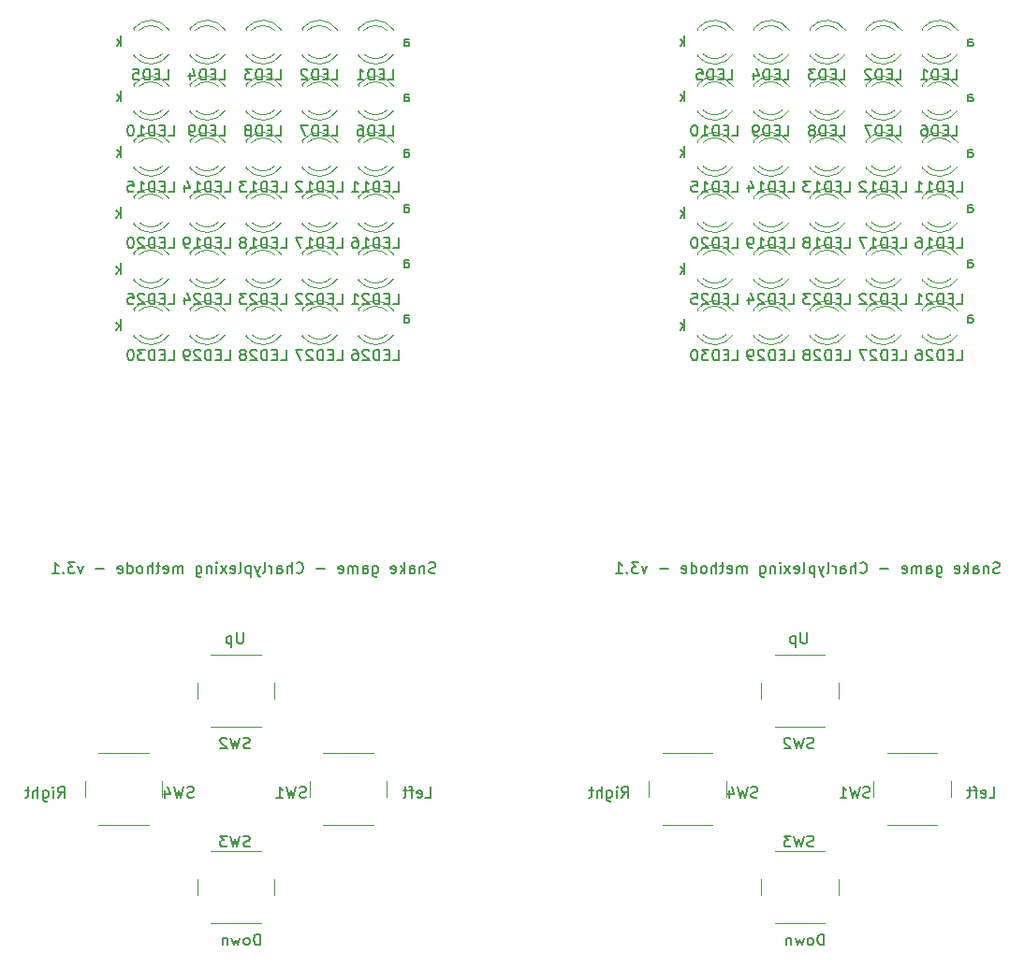
<source format=gbo>
G04 #@! TF.GenerationSoftware,KiCad,Pcbnew,(5.1.5)-3*
G04 #@! TF.CreationDate,2020-08-24T21:46:46+02:00*
G04 #@! TF.ProjectId,Panel-Snake_game,50616e65-6c2d-4536-9e61-6b655f67616d,v3.1*
G04 #@! TF.SameCoordinates,Original*
G04 #@! TF.FileFunction,Legend,Bot*
G04 #@! TF.FilePolarity,Positive*
%FSLAX46Y46*%
G04 Gerber Fmt 4.6, Leading zero omitted, Abs format (unit mm)*
G04 Created by KiCad (PCBNEW (5.1.5)-3) date 2020-08-24 21:46:46*
%MOMM*%
%LPD*%
G04 APERTURE LIST*
%ADD10C,0.150000*%
%ADD11C,0.120000*%
G04 APERTURE END LIST*
D10*
X187622023Y-105114761D02*
X187479166Y-105162380D01*
X187241071Y-105162380D01*
X187145833Y-105114761D01*
X187098214Y-105067142D01*
X187050595Y-104971904D01*
X187050595Y-104876666D01*
X187098214Y-104781428D01*
X187145833Y-104733809D01*
X187241071Y-104686190D01*
X187431547Y-104638571D01*
X187526785Y-104590952D01*
X187574404Y-104543333D01*
X187622023Y-104448095D01*
X187622023Y-104352857D01*
X187574404Y-104257619D01*
X187526785Y-104210000D01*
X187431547Y-104162380D01*
X187193452Y-104162380D01*
X187050595Y-104210000D01*
X186622023Y-104495714D02*
X186622023Y-105162380D01*
X186622023Y-104590952D02*
X186574404Y-104543333D01*
X186479166Y-104495714D01*
X186336309Y-104495714D01*
X186241071Y-104543333D01*
X186193452Y-104638571D01*
X186193452Y-105162380D01*
X185288690Y-105162380D02*
X185288690Y-104638571D01*
X185336309Y-104543333D01*
X185431547Y-104495714D01*
X185622023Y-104495714D01*
X185717261Y-104543333D01*
X185288690Y-105114761D02*
X185383928Y-105162380D01*
X185622023Y-105162380D01*
X185717261Y-105114761D01*
X185764880Y-105019523D01*
X185764880Y-104924285D01*
X185717261Y-104829047D01*
X185622023Y-104781428D01*
X185383928Y-104781428D01*
X185288690Y-104733809D01*
X184812500Y-105162380D02*
X184812500Y-104162380D01*
X184717261Y-104781428D02*
X184431547Y-105162380D01*
X184431547Y-104495714D02*
X184812500Y-104876666D01*
X183622023Y-105114761D02*
X183717261Y-105162380D01*
X183907738Y-105162380D01*
X184002976Y-105114761D01*
X184050595Y-105019523D01*
X184050595Y-104638571D01*
X184002976Y-104543333D01*
X183907738Y-104495714D01*
X183717261Y-104495714D01*
X183622023Y-104543333D01*
X183574404Y-104638571D01*
X183574404Y-104733809D01*
X184050595Y-104829047D01*
X181955357Y-104495714D02*
X181955357Y-105305238D01*
X182002976Y-105400476D01*
X182050595Y-105448095D01*
X182145833Y-105495714D01*
X182288690Y-105495714D01*
X182383928Y-105448095D01*
X181955357Y-105114761D02*
X182050595Y-105162380D01*
X182241071Y-105162380D01*
X182336309Y-105114761D01*
X182383928Y-105067142D01*
X182431547Y-104971904D01*
X182431547Y-104686190D01*
X182383928Y-104590952D01*
X182336309Y-104543333D01*
X182241071Y-104495714D01*
X182050595Y-104495714D01*
X181955357Y-104543333D01*
X181050595Y-105162380D02*
X181050595Y-104638571D01*
X181098214Y-104543333D01*
X181193452Y-104495714D01*
X181383928Y-104495714D01*
X181479166Y-104543333D01*
X181050595Y-105114761D02*
X181145833Y-105162380D01*
X181383928Y-105162380D01*
X181479166Y-105114761D01*
X181526785Y-105019523D01*
X181526785Y-104924285D01*
X181479166Y-104829047D01*
X181383928Y-104781428D01*
X181145833Y-104781428D01*
X181050595Y-104733809D01*
X180574404Y-105162380D02*
X180574404Y-104495714D01*
X180574404Y-104590952D02*
X180526785Y-104543333D01*
X180431547Y-104495714D01*
X180288690Y-104495714D01*
X180193452Y-104543333D01*
X180145833Y-104638571D01*
X180145833Y-105162380D01*
X180145833Y-104638571D02*
X180098214Y-104543333D01*
X180002976Y-104495714D01*
X179860119Y-104495714D01*
X179764880Y-104543333D01*
X179717261Y-104638571D01*
X179717261Y-105162380D01*
X178860119Y-105114761D02*
X178955357Y-105162380D01*
X179145833Y-105162380D01*
X179241071Y-105114761D01*
X179288690Y-105019523D01*
X179288690Y-104638571D01*
X179241071Y-104543333D01*
X179145833Y-104495714D01*
X178955357Y-104495714D01*
X178860119Y-104543333D01*
X178812500Y-104638571D01*
X178812500Y-104733809D01*
X179288690Y-104829047D01*
X177622023Y-104781428D02*
X176860119Y-104781428D01*
X175050595Y-105067142D02*
X175098214Y-105114761D01*
X175241071Y-105162380D01*
X175336309Y-105162380D01*
X175479166Y-105114761D01*
X175574404Y-105019523D01*
X175622023Y-104924285D01*
X175669642Y-104733809D01*
X175669642Y-104590952D01*
X175622023Y-104400476D01*
X175574404Y-104305238D01*
X175479166Y-104210000D01*
X175336309Y-104162380D01*
X175241071Y-104162380D01*
X175098214Y-104210000D01*
X175050595Y-104257619D01*
X174622023Y-105162380D02*
X174622023Y-104162380D01*
X174193452Y-105162380D02*
X174193452Y-104638571D01*
X174241071Y-104543333D01*
X174336309Y-104495714D01*
X174479166Y-104495714D01*
X174574404Y-104543333D01*
X174622023Y-104590952D01*
X173288690Y-105162380D02*
X173288690Y-104638571D01*
X173336309Y-104543333D01*
X173431547Y-104495714D01*
X173622023Y-104495714D01*
X173717261Y-104543333D01*
X173288690Y-105114761D02*
X173383928Y-105162380D01*
X173622023Y-105162380D01*
X173717261Y-105114761D01*
X173764880Y-105019523D01*
X173764880Y-104924285D01*
X173717261Y-104829047D01*
X173622023Y-104781428D01*
X173383928Y-104781428D01*
X173288690Y-104733809D01*
X172812500Y-105162380D02*
X172812500Y-104495714D01*
X172812500Y-104686190D02*
X172764880Y-104590952D01*
X172717261Y-104543333D01*
X172622023Y-104495714D01*
X172526785Y-104495714D01*
X172050595Y-105162380D02*
X172145833Y-105114761D01*
X172193452Y-105019523D01*
X172193452Y-104162380D01*
X171764880Y-104495714D02*
X171526785Y-105162380D01*
X171288690Y-104495714D02*
X171526785Y-105162380D01*
X171622023Y-105400476D01*
X171669642Y-105448095D01*
X171764880Y-105495714D01*
X170907738Y-104495714D02*
X170907738Y-105495714D01*
X170907738Y-104543333D02*
X170812500Y-104495714D01*
X170622023Y-104495714D01*
X170526785Y-104543333D01*
X170479166Y-104590952D01*
X170431547Y-104686190D01*
X170431547Y-104971904D01*
X170479166Y-105067142D01*
X170526785Y-105114761D01*
X170622023Y-105162380D01*
X170812500Y-105162380D01*
X170907738Y-105114761D01*
X169860119Y-105162380D02*
X169955357Y-105114761D01*
X170002976Y-105019523D01*
X170002976Y-104162380D01*
X169098214Y-105114761D02*
X169193452Y-105162380D01*
X169383928Y-105162380D01*
X169479166Y-105114761D01*
X169526785Y-105019523D01*
X169526785Y-104638571D01*
X169479166Y-104543333D01*
X169383928Y-104495714D01*
X169193452Y-104495714D01*
X169098214Y-104543333D01*
X169050595Y-104638571D01*
X169050595Y-104733809D01*
X169526785Y-104829047D01*
X168717261Y-105162380D02*
X168193452Y-104495714D01*
X168717261Y-104495714D02*
X168193452Y-105162380D01*
X167812500Y-105162380D02*
X167812500Y-104495714D01*
X167812500Y-104162380D02*
X167860119Y-104210000D01*
X167812500Y-104257619D01*
X167764880Y-104210000D01*
X167812500Y-104162380D01*
X167812500Y-104257619D01*
X167336309Y-104495714D02*
X167336309Y-105162380D01*
X167336309Y-104590952D02*
X167288690Y-104543333D01*
X167193452Y-104495714D01*
X167050595Y-104495714D01*
X166955357Y-104543333D01*
X166907738Y-104638571D01*
X166907738Y-105162380D01*
X166002976Y-104495714D02*
X166002976Y-105305238D01*
X166050595Y-105400476D01*
X166098214Y-105448095D01*
X166193452Y-105495714D01*
X166336309Y-105495714D01*
X166431547Y-105448095D01*
X166002976Y-105114761D02*
X166098214Y-105162380D01*
X166288690Y-105162380D01*
X166383928Y-105114761D01*
X166431547Y-105067142D01*
X166479166Y-104971904D01*
X166479166Y-104686190D01*
X166431547Y-104590952D01*
X166383928Y-104543333D01*
X166288690Y-104495714D01*
X166098214Y-104495714D01*
X166002976Y-104543333D01*
X164764880Y-105162380D02*
X164764880Y-104495714D01*
X164764880Y-104590952D02*
X164717261Y-104543333D01*
X164622023Y-104495714D01*
X164479166Y-104495714D01*
X164383928Y-104543333D01*
X164336309Y-104638571D01*
X164336309Y-105162380D01*
X164336309Y-104638571D02*
X164288690Y-104543333D01*
X164193452Y-104495714D01*
X164050595Y-104495714D01*
X163955357Y-104543333D01*
X163907738Y-104638571D01*
X163907738Y-105162380D01*
X163050595Y-105114761D02*
X163145833Y-105162380D01*
X163336309Y-105162380D01*
X163431547Y-105114761D01*
X163479166Y-105019523D01*
X163479166Y-104638571D01*
X163431547Y-104543333D01*
X163336309Y-104495714D01*
X163145833Y-104495714D01*
X163050595Y-104543333D01*
X163002976Y-104638571D01*
X163002976Y-104733809D01*
X163479166Y-104829047D01*
X162717261Y-104495714D02*
X162336309Y-104495714D01*
X162574404Y-104162380D02*
X162574404Y-105019523D01*
X162526785Y-105114761D01*
X162431547Y-105162380D01*
X162336309Y-105162380D01*
X162002976Y-105162380D02*
X162002976Y-104162380D01*
X161574404Y-105162380D02*
X161574404Y-104638571D01*
X161622023Y-104543333D01*
X161717261Y-104495714D01*
X161860119Y-104495714D01*
X161955357Y-104543333D01*
X162002976Y-104590952D01*
X160955357Y-105162380D02*
X161050595Y-105114761D01*
X161098214Y-105067142D01*
X161145833Y-104971904D01*
X161145833Y-104686190D01*
X161098214Y-104590952D01*
X161050595Y-104543333D01*
X160955357Y-104495714D01*
X160812500Y-104495714D01*
X160717261Y-104543333D01*
X160669642Y-104590952D01*
X160622023Y-104686190D01*
X160622023Y-104971904D01*
X160669642Y-105067142D01*
X160717261Y-105114761D01*
X160812500Y-105162380D01*
X160955357Y-105162380D01*
X159764880Y-105162380D02*
X159764880Y-104162380D01*
X159764880Y-105114761D02*
X159860119Y-105162380D01*
X160050595Y-105162380D01*
X160145833Y-105114761D01*
X160193452Y-105067142D01*
X160241071Y-104971904D01*
X160241071Y-104686190D01*
X160193452Y-104590952D01*
X160145833Y-104543333D01*
X160050595Y-104495714D01*
X159860119Y-104495714D01*
X159764880Y-104543333D01*
X158907738Y-105114761D02*
X159002976Y-105162380D01*
X159193452Y-105162380D01*
X159288690Y-105114761D01*
X159336309Y-105019523D01*
X159336309Y-104638571D01*
X159288690Y-104543333D01*
X159193452Y-104495714D01*
X159002976Y-104495714D01*
X158907738Y-104543333D01*
X158860119Y-104638571D01*
X158860119Y-104733809D01*
X159336309Y-104829047D01*
X157669642Y-104781428D02*
X156907738Y-104781428D01*
X155764880Y-104495714D02*
X155526785Y-105162380D01*
X155288690Y-104495714D01*
X155002976Y-104162380D02*
X154383928Y-104162380D01*
X154717261Y-104543333D01*
X154574404Y-104543333D01*
X154479166Y-104590952D01*
X154431547Y-104638571D01*
X154383928Y-104733809D01*
X154383928Y-104971904D01*
X154431547Y-105067142D01*
X154479166Y-105114761D01*
X154574404Y-105162380D01*
X154860119Y-105162380D01*
X154955357Y-105114761D01*
X155002976Y-105067142D01*
X153955357Y-105067142D02*
X153907738Y-105114761D01*
X153955357Y-105162380D01*
X154002976Y-105114761D01*
X153955357Y-105067142D01*
X153955357Y-105162380D01*
X152955357Y-105162380D02*
X153526785Y-105162380D01*
X153241071Y-105162380D02*
X153241071Y-104162380D01*
X153336309Y-104305238D01*
X153431547Y-104400476D01*
X153526785Y-104448095D01*
X159166666Y-62452380D02*
X159166666Y-61452380D01*
X159071428Y-62071428D02*
X158785714Y-62452380D01*
X158785714Y-61785714D02*
X159166666Y-62166666D01*
X159166666Y-67452380D02*
X159166666Y-66452380D01*
X159071428Y-67071428D02*
X158785714Y-67452380D01*
X158785714Y-66785714D02*
X159166666Y-67166666D01*
X184785714Y-67452380D02*
X184785714Y-66928571D01*
X184833333Y-66833333D01*
X184928571Y-66785714D01*
X185119047Y-66785714D01*
X185214285Y-66833333D01*
X184785714Y-67404761D02*
X184880952Y-67452380D01*
X185119047Y-67452380D01*
X185214285Y-67404761D01*
X185261904Y-67309523D01*
X185261904Y-67214285D01*
X185214285Y-67119047D01*
X185119047Y-67071428D01*
X184880952Y-67071428D01*
X184785714Y-67023809D01*
X159141666Y-78047380D02*
X159141666Y-77047380D01*
X159046428Y-77666428D02*
X158760714Y-78047380D01*
X158760714Y-77380714D02*
X159141666Y-77761666D01*
X159141666Y-83127380D02*
X159141666Y-82127380D01*
X159046428Y-82746428D02*
X158760714Y-83127380D01*
X158760714Y-82460714D02*
X159141666Y-82841666D01*
X159166666Y-57452380D02*
X159166666Y-56452380D01*
X159071428Y-57071428D02*
X158785714Y-57452380D01*
X158785714Y-56785714D02*
X159166666Y-57166666D01*
X159141666Y-72967380D02*
X159141666Y-71967380D01*
X159046428Y-72586428D02*
X158760714Y-72967380D01*
X158760714Y-72300714D02*
X159141666Y-72681666D01*
X184785714Y-57452380D02*
X184785714Y-56928571D01*
X184833333Y-56833333D01*
X184928571Y-56785714D01*
X185119047Y-56785714D01*
X185214285Y-56833333D01*
X184785714Y-57404761D02*
X184880952Y-57452380D01*
X185119047Y-57452380D01*
X185214285Y-57404761D01*
X185261904Y-57309523D01*
X185261904Y-57214285D01*
X185214285Y-57119047D01*
X185119047Y-57071428D01*
X184880952Y-57071428D01*
X184785714Y-57023809D01*
X184785714Y-62452380D02*
X184785714Y-61928571D01*
X184833333Y-61833333D01*
X184928571Y-61785714D01*
X185119047Y-61785714D01*
X185214285Y-61833333D01*
X184785714Y-62404761D02*
X184880952Y-62452380D01*
X185119047Y-62452380D01*
X185214285Y-62404761D01*
X185261904Y-62309523D01*
X185261904Y-62214285D01*
X185214285Y-62119047D01*
X185119047Y-62071428D01*
X184880952Y-62071428D01*
X184785714Y-62023809D01*
X184785714Y-72452380D02*
X184785714Y-71928571D01*
X184833333Y-71833333D01*
X184928571Y-71785714D01*
X185119047Y-71785714D01*
X185214285Y-71833333D01*
X184785714Y-72404761D02*
X184880952Y-72452380D01*
X185119047Y-72452380D01*
X185214285Y-72404761D01*
X185261904Y-72309523D01*
X185261904Y-72214285D01*
X185214285Y-72119047D01*
X185119047Y-72071428D01*
X184880952Y-72071428D01*
X184785714Y-72023809D01*
X184785714Y-77452380D02*
X184785714Y-76928571D01*
X184833333Y-76833333D01*
X184928571Y-76785714D01*
X185119047Y-76785714D01*
X185214285Y-76833333D01*
X184785714Y-77404761D02*
X184880952Y-77452380D01*
X185119047Y-77452380D01*
X185214285Y-77404761D01*
X185261904Y-77309523D01*
X185261904Y-77214285D01*
X185214285Y-77119047D01*
X185119047Y-77071428D01*
X184880952Y-77071428D01*
X184785714Y-77023809D01*
X184785714Y-82452380D02*
X184785714Y-81928571D01*
X184833333Y-81833333D01*
X184928571Y-81785714D01*
X185119047Y-81785714D01*
X185214285Y-81833333D01*
X184785714Y-82404761D02*
X184880952Y-82452380D01*
X185119047Y-82452380D01*
X185214285Y-82404761D01*
X185261904Y-82309523D01*
X185261904Y-82214285D01*
X185214285Y-82119047D01*
X185119047Y-82071428D01*
X184880952Y-82071428D01*
X184785714Y-82023809D01*
X133785714Y-82452380D02*
X133785714Y-81928571D01*
X133833333Y-81833333D01*
X133928571Y-81785714D01*
X134119047Y-81785714D01*
X134214285Y-81833333D01*
X133785714Y-82404761D02*
X133880952Y-82452380D01*
X134119047Y-82452380D01*
X134214285Y-82404761D01*
X134261904Y-82309523D01*
X134261904Y-82214285D01*
X134214285Y-82119047D01*
X134119047Y-82071428D01*
X133880952Y-82071428D01*
X133785714Y-82023809D01*
X133785714Y-77452380D02*
X133785714Y-76928571D01*
X133833333Y-76833333D01*
X133928571Y-76785714D01*
X134119047Y-76785714D01*
X134214285Y-76833333D01*
X133785714Y-77404761D02*
X133880952Y-77452380D01*
X134119047Y-77452380D01*
X134214285Y-77404761D01*
X134261904Y-77309523D01*
X134261904Y-77214285D01*
X134214285Y-77119047D01*
X134119047Y-77071428D01*
X133880952Y-77071428D01*
X133785714Y-77023809D01*
X133785714Y-72452380D02*
X133785714Y-71928571D01*
X133833333Y-71833333D01*
X133928571Y-71785714D01*
X134119047Y-71785714D01*
X134214285Y-71833333D01*
X133785714Y-72404761D02*
X133880952Y-72452380D01*
X134119047Y-72452380D01*
X134214285Y-72404761D01*
X134261904Y-72309523D01*
X134261904Y-72214285D01*
X134214285Y-72119047D01*
X134119047Y-72071428D01*
X133880952Y-72071428D01*
X133785714Y-72023809D01*
X133785714Y-67452380D02*
X133785714Y-66928571D01*
X133833333Y-66833333D01*
X133928571Y-66785714D01*
X134119047Y-66785714D01*
X134214285Y-66833333D01*
X133785714Y-67404761D02*
X133880952Y-67452380D01*
X134119047Y-67452380D01*
X134214285Y-67404761D01*
X134261904Y-67309523D01*
X134261904Y-67214285D01*
X134214285Y-67119047D01*
X134119047Y-67071428D01*
X133880952Y-67071428D01*
X133785714Y-67023809D01*
X133785714Y-62452380D02*
X133785714Y-61928571D01*
X133833333Y-61833333D01*
X133928571Y-61785714D01*
X134119047Y-61785714D01*
X134214285Y-61833333D01*
X133785714Y-62404761D02*
X133880952Y-62452380D01*
X134119047Y-62452380D01*
X134214285Y-62404761D01*
X134261904Y-62309523D01*
X134261904Y-62214285D01*
X134214285Y-62119047D01*
X134119047Y-62071428D01*
X133880952Y-62071428D01*
X133785714Y-62023809D01*
X133785714Y-57452380D02*
X133785714Y-56928571D01*
X133833333Y-56833333D01*
X133928571Y-56785714D01*
X134119047Y-56785714D01*
X134214285Y-56833333D01*
X133785714Y-57404761D02*
X133880952Y-57452380D01*
X134119047Y-57452380D01*
X134214285Y-57404761D01*
X134261904Y-57309523D01*
X134261904Y-57214285D01*
X134214285Y-57119047D01*
X134119047Y-57071428D01*
X133880952Y-57071428D01*
X133785714Y-57023809D01*
X108141666Y-72967380D02*
X108141666Y-71967380D01*
X108046428Y-72586428D02*
X107760714Y-72967380D01*
X107760714Y-72300714D02*
X108141666Y-72681666D01*
X108141666Y-78047380D02*
X108141666Y-77047380D01*
X108046428Y-77666428D02*
X107760714Y-78047380D01*
X107760714Y-77380714D02*
X108141666Y-77761666D01*
X108141666Y-83127380D02*
X108141666Y-82127380D01*
X108046428Y-82746428D02*
X107760714Y-83127380D01*
X107760714Y-82460714D02*
X108141666Y-82841666D01*
X108166666Y-67452380D02*
X108166666Y-66452380D01*
X108071428Y-67071428D02*
X107785714Y-67452380D01*
X107785714Y-66785714D02*
X108166666Y-67166666D01*
X108166666Y-62452380D02*
X108166666Y-61452380D01*
X108071428Y-62071428D02*
X107785714Y-62452380D01*
X107785714Y-61785714D02*
X108166666Y-62166666D01*
X136622023Y-105114761D02*
X136479166Y-105162380D01*
X136241071Y-105162380D01*
X136145833Y-105114761D01*
X136098214Y-105067142D01*
X136050595Y-104971904D01*
X136050595Y-104876666D01*
X136098214Y-104781428D01*
X136145833Y-104733809D01*
X136241071Y-104686190D01*
X136431547Y-104638571D01*
X136526785Y-104590952D01*
X136574404Y-104543333D01*
X136622023Y-104448095D01*
X136622023Y-104352857D01*
X136574404Y-104257619D01*
X136526785Y-104210000D01*
X136431547Y-104162380D01*
X136193452Y-104162380D01*
X136050595Y-104210000D01*
X135622023Y-104495714D02*
X135622023Y-105162380D01*
X135622023Y-104590952D02*
X135574404Y-104543333D01*
X135479166Y-104495714D01*
X135336309Y-104495714D01*
X135241071Y-104543333D01*
X135193452Y-104638571D01*
X135193452Y-105162380D01*
X134288690Y-105162380D02*
X134288690Y-104638571D01*
X134336309Y-104543333D01*
X134431547Y-104495714D01*
X134622023Y-104495714D01*
X134717261Y-104543333D01*
X134288690Y-105114761D02*
X134383928Y-105162380D01*
X134622023Y-105162380D01*
X134717261Y-105114761D01*
X134764880Y-105019523D01*
X134764880Y-104924285D01*
X134717261Y-104829047D01*
X134622023Y-104781428D01*
X134383928Y-104781428D01*
X134288690Y-104733809D01*
X133812500Y-105162380D02*
X133812500Y-104162380D01*
X133717261Y-104781428D02*
X133431547Y-105162380D01*
X133431547Y-104495714D02*
X133812500Y-104876666D01*
X132622023Y-105114761D02*
X132717261Y-105162380D01*
X132907738Y-105162380D01*
X133002976Y-105114761D01*
X133050595Y-105019523D01*
X133050595Y-104638571D01*
X133002976Y-104543333D01*
X132907738Y-104495714D01*
X132717261Y-104495714D01*
X132622023Y-104543333D01*
X132574404Y-104638571D01*
X132574404Y-104733809D01*
X133050595Y-104829047D01*
X130955357Y-104495714D02*
X130955357Y-105305238D01*
X131002976Y-105400476D01*
X131050595Y-105448095D01*
X131145833Y-105495714D01*
X131288690Y-105495714D01*
X131383928Y-105448095D01*
X130955357Y-105114761D02*
X131050595Y-105162380D01*
X131241071Y-105162380D01*
X131336309Y-105114761D01*
X131383928Y-105067142D01*
X131431547Y-104971904D01*
X131431547Y-104686190D01*
X131383928Y-104590952D01*
X131336309Y-104543333D01*
X131241071Y-104495714D01*
X131050595Y-104495714D01*
X130955357Y-104543333D01*
X130050595Y-105162380D02*
X130050595Y-104638571D01*
X130098214Y-104543333D01*
X130193452Y-104495714D01*
X130383928Y-104495714D01*
X130479166Y-104543333D01*
X130050595Y-105114761D02*
X130145833Y-105162380D01*
X130383928Y-105162380D01*
X130479166Y-105114761D01*
X130526785Y-105019523D01*
X130526785Y-104924285D01*
X130479166Y-104829047D01*
X130383928Y-104781428D01*
X130145833Y-104781428D01*
X130050595Y-104733809D01*
X129574404Y-105162380D02*
X129574404Y-104495714D01*
X129574404Y-104590952D02*
X129526785Y-104543333D01*
X129431547Y-104495714D01*
X129288690Y-104495714D01*
X129193452Y-104543333D01*
X129145833Y-104638571D01*
X129145833Y-105162380D01*
X129145833Y-104638571D02*
X129098214Y-104543333D01*
X129002976Y-104495714D01*
X128860119Y-104495714D01*
X128764880Y-104543333D01*
X128717261Y-104638571D01*
X128717261Y-105162380D01*
X127860119Y-105114761D02*
X127955357Y-105162380D01*
X128145833Y-105162380D01*
X128241071Y-105114761D01*
X128288690Y-105019523D01*
X128288690Y-104638571D01*
X128241071Y-104543333D01*
X128145833Y-104495714D01*
X127955357Y-104495714D01*
X127860119Y-104543333D01*
X127812500Y-104638571D01*
X127812500Y-104733809D01*
X128288690Y-104829047D01*
X126622023Y-104781428D02*
X125860119Y-104781428D01*
X124050595Y-105067142D02*
X124098214Y-105114761D01*
X124241071Y-105162380D01*
X124336309Y-105162380D01*
X124479166Y-105114761D01*
X124574404Y-105019523D01*
X124622023Y-104924285D01*
X124669642Y-104733809D01*
X124669642Y-104590952D01*
X124622023Y-104400476D01*
X124574404Y-104305238D01*
X124479166Y-104210000D01*
X124336309Y-104162380D01*
X124241071Y-104162380D01*
X124098214Y-104210000D01*
X124050595Y-104257619D01*
X123622023Y-105162380D02*
X123622023Y-104162380D01*
X123193452Y-105162380D02*
X123193452Y-104638571D01*
X123241071Y-104543333D01*
X123336309Y-104495714D01*
X123479166Y-104495714D01*
X123574404Y-104543333D01*
X123622023Y-104590952D01*
X122288690Y-105162380D02*
X122288690Y-104638571D01*
X122336309Y-104543333D01*
X122431547Y-104495714D01*
X122622023Y-104495714D01*
X122717261Y-104543333D01*
X122288690Y-105114761D02*
X122383928Y-105162380D01*
X122622023Y-105162380D01*
X122717261Y-105114761D01*
X122764880Y-105019523D01*
X122764880Y-104924285D01*
X122717261Y-104829047D01*
X122622023Y-104781428D01*
X122383928Y-104781428D01*
X122288690Y-104733809D01*
X121812500Y-105162380D02*
X121812500Y-104495714D01*
X121812500Y-104686190D02*
X121764880Y-104590952D01*
X121717261Y-104543333D01*
X121622023Y-104495714D01*
X121526785Y-104495714D01*
X121050595Y-105162380D02*
X121145833Y-105114761D01*
X121193452Y-105019523D01*
X121193452Y-104162380D01*
X120764880Y-104495714D02*
X120526785Y-105162380D01*
X120288690Y-104495714D02*
X120526785Y-105162380D01*
X120622023Y-105400476D01*
X120669642Y-105448095D01*
X120764880Y-105495714D01*
X119907738Y-104495714D02*
X119907738Y-105495714D01*
X119907738Y-104543333D02*
X119812500Y-104495714D01*
X119622023Y-104495714D01*
X119526785Y-104543333D01*
X119479166Y-104590952D01*
X119431547Y-104686190D01*
X119431547Y-104971904D01*
X119479166Y-105067142D01*
X119526785Y-105114761D01*
X119622023Y-105162380D01*
X119812500Y-105162380D01*
X119907738Y-105114761D01*
X118860119Y-105162380D02*
X118955357Y-105114761D01*
X119002976Y-105019523D01*
X119002976Y-104162380D01*
X118098214Y-105114761D02*
X118193452Y-105162380D01*
X118383928Y-105162380D01*
X118479166Y-105114761D01*
X118526785Y-105019523D01*
X118526785Y-104638571D01*
X118479166Y-104543333D01*
X118383928Y-104495714D01*
X118193452Y-104495714D01*
X118098214Y-104543333D01*
X118050595Y-104638571D01*
X118050595Y-104733809D01*
X118526785Y-104829047D01*
X117717261Y-105162380D02*
X117193452Y-104495714D01*
X117717261Y-104495714D02*
X117193452Y-105162380D01*
X116812500Y-105162380D02*
X116812500Y-104495714D01*
X116812500Y-104162380D02*
X116860119Y-104210000D01*
X116812500Y-104257619D01*
X116764880Y-104210000D01*
X116812500Y-104162380D01*
X116812500Y-104257619D01*
X116336309Y-104495714D02*
X116336309Y-105162380D01*
X116336309Y-104590952D02*
X116288690Y-104543333D01*
X116193452Y-104495714D01*
X116050595Y-104495714D01*
X115955357Y-104543333D01*
X115907738Y-104638571D01*
X115907738Y-105162380D01*
X115002976Y-104495714D02*
X115002976Y-105305238D01*
X115050595Y-105400476D01*
X115098214Y-105448095D01*
X115193452Y-105495714D01*
X115336309Y-105495714D01*
X115431547Y-105448095D01*
X115002976Y-105114761D02*
X115098214Y-105162380D01*
X115288690Y-105162380D01*
X115383928Y-105114761D01*
X115431547Y-105067142D01*
X115479166Y-104971904D01*
X115479166Y-104686190D01*
X115431547Y-104590952D01*
X115383928Y-104543333D01*
X115288690Y-104495714D01*
X115098214Y-104495714D01*
X115002976Y-104543333D01*
X113764880Y-105162380D02*
X113764880Y-104495714D01*
X113764880Y-104590952D02*
X113717261Y-104543333D01*
X113622023Y-104495714D01*
X113479166Y-104495714D01*
X113383928Y-104543333D01*
X113336309Y-104638571D01*
X113336309Y-105162380D01*
X113336309Y-104638571D02*
X113288690Y-104543333D01*
X113193452Y-104495714D01*
X113050595Y-104495714D01*
X112955357Y-104543333D01*
X112907738Y-104638571D01*
X112907738Y-105162380D01*
X112050595Y-105114761D02*
X112145833Y-105162380D01*
X112336309Y-105162380D01*
X112431547Y-105114761D01*
X112479166Y-105019523D01*
X112479166Y-104638571D01*
X112431547Y-104543333D01*
X112336309Y-104495714D01*
X112145833Y-104495714D01*
X112050595Y-104543333D01*
X112002976Y-104638571D01*
X112002976Y-104733809D01*
X112479166Y-104829047D01*
X111717261Y-104495714D02*
X111336309Y-104495714D01*
X111574404Y-104162380D02*
X111574404Y-105019523D01*
X111526785Y-105114761D01*
X111431547Y-105162380D01*
X111336309Y-105162380D01*
X111002976Y-105162380D02*
X111002976Y-104162380D01*
X110574404Y-105162380D02*
X110574404Y-104638571D01*
X110622023Y-104543333D01*
X110717261Y-104495714D01*
X110860119Y-104495714D01*
X110955357Y-104543333D01*
X111002976Y-104590952D01*
X109955357Y-105162380D02*
X110050595Y-105114761D01*
X110098214Y-105067142D01*
X110145833Y-104971904D01*
X110145833Y-104686190D01*
X110098214Y-104590952D01*
X110050595Y-104543333D01*
X109955357Y-104495714D01*
X109812500Y-104495714D01*
X109717261Y-104543333D01*
X109669642Y-104590952D01*
X109622023Y-104686190D01*
X109622023Y-104971904D01*
X109669642Y-105067142D01*
X109717261Y-105114761D01*
X109812500Y-105162380D01*
X109955357Y-105162380D01*
X108764880Y-105162380D02*
X108764880Y-104162380D01*
X108764880Y-105114761D02*
X108860119Y-105162380D01*
X109050595Y-105162380D01*
X109145833Y-105114761D01*
X109193452Y-105067142D01*
X109241071Y-104971904D01*
X109241071Y-104686190D01*
X109193452Y-104590952D01*
X109145833Y-104543333D01*
X109050595Y-104495714D01*
X108860119Y-104495714D01*
X108764880Y-104543333D01*
X107907738Y-105114761D02*
X108002976Y-105162380D01*
X108193452Y-105162380D01*
X108288690Y-105114761D01*
X108336309Y-105019523D01*
X108336309Y-104638571D01*
X108288690Y-104543333D01*
X108193452Y-104495714D01*
X108002976Y-104495714D01*
X107907738Y-104543333D01*
X107860119Y-104638571D01*
X107860119Y-104733809D01*
X108336309Y-104829047D01*
X106669642Y-104781428D02*
X105907738Y-104781428D01*
X104764880Y-104495714D02*
X104526785Y-105162380D01*
X104288690Y-104495714D01*
X104002976Y-104162380D02*
X103383928Y-104162380D01*
X103717261Y-104543333D01*
X103574404Y-104543333D01*
X103479166Y-104590952D01*
X103431547Y-104638571D01*
X103383928Y-104733809D01*
X103383928Y-104971904D01*
X103431547Y-105067142D01*
X103479166Y-105114761D01*
X103574404Y-105162380D01*
X103860119Y-105162380D01*
X103955357Y-105114761D01*
X104002976Y-105067142D01*
X102955357Y-105067142D02*
X102907738Y-105114761D01*
X102955357Y-105162380D01*
X103002976Y-105114761D01*
X102955357Y-105067142D01*
X102955357Y-105162380D01*
X101955357Y-105162380D02*
X102526785Y-105162380D01*
X102241071Y-105162380D02*
X102241071Y-104162380D01*
X102336309Y-104305238D01*
X102431547Y-104400476D01*
X102526785Y-104448095D01*
X108166666Y-57452380D02*
X108166666Y-56452380D01*
X108071428Y-57071428D02*
X107785714Y-57452380D01*
X107785714Y-56785714D02*
X108166666Y-57166666D01*
D11*
X173707335Y-68323608D02*
G75*
G02X170475000Y-68480516I-1672335J1078608D01*
G01*
X173707335Y-66166392D02*
G75*
G03X170475000Y-66009484I-1672335J-1078608D01*
G01*
X173076130Y-68324837D02*
G75*
G02X170994039Y-68325000I-1041130J1079837D01*
G01*
X173076130Y-66165163D02*
G75*
G03X170994039Y-66165000I-1041130J-1079837D01*
G01*
X170475000Y-68481000D02*
X170475000Y-68325000D01*
X170475000Y-66165000D02*
X170475000Y-66009000D01*
X163547335Y-63243608D02*
G75*
G02X160315000Y-63400516I-1672335J1078608D01*
G01*
X163547335Y-61086392D02*
G75*
G03X160315000Y-60929484I-1672335J-1078608D01*
G01*
X162916130Y-63244837D02*
G75*
G02X160834039Y-63245000I-1041130J1079837D01*
G01*
X162916130Y-61085163D02*
G75*
G03X160834039Y-61085000I-1041130J-1079837D01*
G01*
X160315000Y-63401000D02*
X160315000Y-63245000D01*
X160315000Y-61085000D02*
X160315000Y-60929000D01*
X173707335Y-63243608D02*
G75*
G02X170475000Y-63400516I-1672335J1078608D01*
G01*
X173707335Y-61086392D02*
G75*
G03X170475000Y-60929484I-1672335J-1078608D01*
G01*
X173076130Y-63244837D02*
G75*
G02X170994039Y-63245000I-1041130J1079837D01*
G01*
X173076130Y-61085163D02*
G75*
G03X170994039Y-61085000I-1041130J-1079837D01*
G01*
X170475000Y-63401000D02*
X170475000Y-63245000D01*
X170475000Y-61085000D02*
X170475000Y-60929000D01*
X183867335Y-63243608D02*
G75*
G02X180635000Y-63400516I-1672335J1078608D01*
G01*
X183867335Y-61086392D02*
G75*
G03X180635000Y-60929484I-1672335J-1078608D01*
G01*
X183236130Y-63244837D02*
G75*
G02X181154039Y-63245000I-1041130J1079837D01*
G01*
X183236130Y-61085163D02*
G75*
G03X181154039Y-61085000I-1041130J-1079837D01*
G01*
X180635000Y-63401000D02*
X180635000Y-63245000D01*
X180635000Y-61085000D02*
X180635000Y-60929000D01*
X163547335Y-58163608D02*
G75*
G02X160315000Y-58320516I-1672335J1078608D01*
G01*
X163547335Y-56006392D02*
G75*
G03X160315000Y-55849484I-1672335J-1078608D01*
G01*
X162916130Y-58164837D02*
G75*
G02X160834039Y-58165000I-1041130J1079837D01*
G01*
X162916130Y-56005163D02*
G75*
G03X160834039Y-56005000I-1041130J-1079837D01*
G01*
X160315000Y-58321000D02*
X160315000Y-58165000D01*
X160315000Y-56005000D02*
X160315000Y-55849000D01*
X168627335Y-58163608D02*
G75*
G02X165395000Y-58320516I-1672335J1078608D01*
G01*
X168627335Y-56006392D02*
G75*
G03X165395000Y-55849484I-1672335J-1078608D01*
G01*
X167996130Y-58164837D02*
G75*
G02X165914039Y-58165000I-1041130J1079837D01*
G01*
X167996130Y-56005163D02*
G75*
G03X165914039Y-56005000I-1041130J-1079837D01*
G01*
X165395000Y-58321000D02*
X165395000Y-58165000D01*
X165395000Y-56005000D02*
X165395000Y-55849000D01*
X173707335Y-58163608D02*
G75*
G02X170475000Y-58320516I-1672335J1078608D01*
G01*
X173707335Y-56006392D02*
G75*
G03X170475000Y-55849484I-1672335J-1078608D01*
G01*
X173076130Y-58164837D02*
G75*
G02X170994039Y-58165000I-1041130J1079837D01*
G01*
X173076130Y-56005163D02*
G75*
G03X170994039Y-56005000I-1041130J-1079837D01*
G01*
X170475000Y-58321000D02*
X170475000Y-58165000D01*
X170475000Y-56005000D02*
X170475000Y-55849000D01*
X183867335Y-58163608D02*
G75*
G02X180635000Y-58320516I-1672335J1078608D01*
G01*
X183867335Y-56006392D02*
G75*
G03X180635000Y-55849484I-1672335J-1078608D01*
G01*
X183236130Y-58164837D02*
G75*
G02X181154039Y-58165000I-1041130J1079837D01*
G01*
X183236130Y-56005163D02*
G75*
G03X181154039Y-56005000I-1041130J-1079837D01*
G01*
X180635000Y-58321000D02*
X180635000Y-58165000D01*
X180635000Y-56005000D02*
X180635000Y-55849000D01*
X178787335Y-63243608D02*
G75*
G02X175555000Y-63400516I-1672335J1078608D01*
G01*
X178787335Y-61086392D02*
G75*
G03X175555000Y-60929484I-1672335J-1078608D01*
G01*
X178156130Y-63244837D02*
G75*
G02X176074039Y-63245000I-1041130J1079837D01*
G01*
X178156130Y-61085163D02*
G75*
G03X176074039Y-61085000I-1041130J-1079837D01*
G01*
X175555000Y-63401000D02*
X175555000Y-63245000D01*
X175555000Y-61085000D02*
X175555000Y-60929000D01*
X178787335Y-58163608D02*
G75*
G02X175555000Y-58320516I-1672335J1078608D01*
G01*
X178787335Y-56006392D02*
G75*
G03X175555000Y-55849484I-1672335J-1078608D01*
G01*
X178156130Y-58164837D02*
G75*
G02X176074039Y-58165000I-1041130J1079837D01*
G01*
X178156130Y-56005163D02*
G75*
G03X176074039Y-56005000I-1041130J-1079837D01*
G01*
X175555000Y-58321000D02*
X175555000Y-58165000D01*
X175555000Y-56005000D02*
X175555000Y-55849000D01*
X178787335Y-68323608D02*
G75*
G02X175555000Y-68480516I-1672335J1078608D01*
G01*
X178787335Y-66166392D02*
G75*
G03X175555000Y-66009484I-1672335J-1078608D01*
G01*
X178156130Y-68324837D02*
G75*
G02X176074039Y-68325000I-1041130J1079837D01*
G01*
X178156130Y-66165163D02*
G75*
G03X176074039Y-66165000I-1041130J-1079837D01*
G01*
X175555000Y-68481000D02*
X175555000Y-68325000D01*
X175555000Y-66165000D02*
X175555000Y-66009000D01*
X183867335Y-68323608D02*
G75*
G02X180635000Y-68480516I-1672335J1078608D01*
G01*
X183867335Y-66166392D02*
G75*
G03X180635000Y-66009484I-1672335J-1078608D01*
G01*
X183236130Y-68324837D02*
G75*
G02X181154039Y-68325000I-1041130J1079837D01*
G01*
X183236130Y-66165163D02*
G75*
G03X181154039Y-66165000I-1041130J-1079837D01*
G01*
X180635000Y-68481000D02*
X180635000Y-68325000D01*
X180635000Y-66165000D02*
X180635000Y-66009000D01*
X168627335Y-63243608D02*
G75*
G02X165395000Y-63400516I-1672335J1078608D01*
G01*
X168627335Y-61086392D02*
G75*
G03X165395000Y-60929484I-1672335J-1078608D01*
G01*
X167996130Y-63244837D02*
G75*
G02X165914039Y-63245000I-1041130J1079837D01*
G01*
X167996130Y-61085163D02*
G75*
G03X165914039Y-61085000I-1041130J-1079837D01*
G01*
X165395000Y-63401000D02*
X165395000Y-63245000D01*
X165395000Y-61085000D02*
X165395000Y-60929000D01*
X157160000Y-121435000D02*
X161660000Y-121435000D01*
X155910000Y-125435000D02*
X155910000Y-123935000D01*
X161660000Y-127935000D02*
X157160000Y-127935000D01*
X162910000Y-123935000D02*
X162910000Y-125435000D01*
X167320000Y-130325000D02*
X171820000Y-130325000D01*
X166070000Y-134325000D02*
X166070000Y-132825000D01*
X171820000Y-136825000D02*
X167320000Y-136825000D01*
X173070000Y-132825000D02*
X173070000Y-134325000D01*
X167320000Y-112545000D02*
X171820000Y-112545000D01*
X166070000Y-116545000D02*
X166070000Y-115045000D01*
X171820000Y-119045000D02*
X167320000Y-119045000D01*
X173070000Y-115045000D02*
X173070000Y-116545000D01*
X178787335Y-73403608D02*
G75*
G02X175555000Y-73560516I-1672335J1078608D01*
G01*
X178787335Y-71246392D02*
G75*
G03X175555000Y-71089484I-1672335J-1078608D01*
G01*
X178156130Y-73404837D02*
G75*
G02X176074039Y-73405000I-1041130J1079837D01*
G01*
X178156130Y-71245163D02*
G75*
G03X176074039Y-71245000I-1041130J-1079837D01*
G01*
X175555000Y-73561000D02*
X175555000Y-73405000D01*
X175555000Y-71245000D02*
X175555000Y-71089000D01*
X168627335Y-73403608D02*
G75*
G02X165395000Y-73560516I-1672335J1078608D01*
G01*
X168627335Y-71246392D02*
G75*
G03X165395000Y-71089484I-1672335J-1078608D01*
G01*
X167996130Y-73404837D02*
G75*
G02X165914039Y-73405000I-1041130J1079837D01*
G01*
X167996130Y-71245163D02*
G75*
G03X165914039Y-71245000I-1041130J-1079837D01*
G01*
X165395000Y-73561000D02*
X165395000Y-73405000D01*
X165395000Y-71245000D02*
X165395000Y-71089000D01*
X177480000Y-121435000D02*
X181980000Y-121435000D01*
X176230000Y-125435000D02*
X176230000Y-123935000D01*
X181980000Y-127935000D02*
X177480000Y-127935000D01*
X183230000Y-123935000D02*
X183230000Y-125435000D01*
X163547335Y-83563608D02*
G75*
G02X160315000Y-83720516I-1672335J1078608D01*
G01*
X163547335Y-81406392D02*
G75*
G03X160315000Y-81249484I-1672335J-1078608D01*
G01*
X162916130Y-83564837D02*
G75*
G02X160834039Y-83565000I-1041130J1079837D01*
G01*
X162916130Y-81405163D02*
G75*
G03X160834039Y-81405000I-1041130J-1079837D01*
G01*
X160315000Y-83721000D02*
X160315000Y-83565000D01*
X160315000Y-81405000D02*
X160315000Y-81249000D01*
X173707335Y-78483608D02*
G75*
G02X170475000Y-78640516I-1672335J1078608D01*
G01*
X173707335Y-76326392D02*
G75*
G03X170475000Y-76169484I-1672335J-1078608D01*
G01*
X173076130Y-78484837D02*
G75*
G02X170994039Y-78485000I-1041130J1079837D01*
G01*
X173076130Y-76325163D02*
G75*
G03X170994039Y-76325000I-1041130J-1079837D01*
G01*
X170475000Y-78641000D02*
X170475000Y-78485000D01*
X170475000Y-76325000D02*
X170475000Y-76169000D01*
X163547335Y-78483608D02*
G75*
G02X160315000Y-78640516I-1672335J1078608D01*
G01*
X163547335Y-76326392D02*
G75*
G03X160315000Y-76169484I-1672335J-1078608D01*
G01*
X162916130Y-78484837D02*
G75*
G02X160834039Y-78485000I-1041130J1079837D01*
G01*
X162916130Y-76325163D02*
G75*
G03X160834039Y-76325000I-1041130J-1079837D01*
G01*
X160315000Y-78641000D02*
X160315000Y-78485000D01*
X160315000Y-76325000D02*
X160315000Y-76169000D01*
X163547335Y-68323608D02*
G75*
G02X160315000Y-68480516I-1672335J1078608D01*
G01*
X163547335Y-66166392D02*
G75*
G03X160315000Y-66009484I-1672335J-1078608D01*
G01*
X162916130Y-68324837D02*
G75*
G02X160834039Y-68325000I-1041130J1079837D01*
G01*
X162916130Y-66165163D02*
G75*
G03X160834039Y-66165000I-1041130J-1079837D01*
G01*
X160315000Y-68481000D02*
X160315000Y-68325000D01*
X160315000Y-66165000D02*
X160315000Y-66009000D01*
X168627335Y-68323608D02*
G75*
G02X165395000Y-68480516I-1672335J1078608D01*
G01*
X168627335Y-66166392D02*
G75*
G03X165395000Y-66009484I-1672335J-1078608D01*
G01*
X167996130Y-68324837D02*
G75*
G02X165914039Y-68325000I-1041130J1079837D01*
G01*
X167996130Y-66165163D02*
G75*
G03X165914039Y-66165000I-1041130J-1079837D01*
G01*
X165395000Y-68481000D02*
X165395000Y-68325000D01*
X165395000Y-66165000D02*
X165395000Y-66009000D01*
X183867335Y-73403608D02*
G75*
G02X180635000Y-73560516I-1672335J1078608D01*
G01*
X183867335Y-71246392D02*
G75*
G03X180635000Y-71089484I-1672335J-1078608D01*
G01*
X183236130Y-73404837D02*
G75*
G02X181154039Y-73405000I-1041130J1079837D01*
G01*
X183236130Y-71245163D02*
G75*
G03X181154039Y-71245000I-1041130J-1079837D01*
G01*
X180635000Y-73561000D02*
X180635000Y-73405000D01*
X180635000Y-71245000D02*
X180635000Y-71089000D01*
X178787335Y-83563608D02*
G75*
G02X175555000Y-83720516I-1672335J1078608D01*
G01*
X178787335Y-81406392D02*
G75*
G03X175555000Y-81249484I-1672335J-1078608D01*
G01*
X178156130Y-83564837D02*
G75*
G02X176074039Y-83565000I-1041130J1079837D01*
G01*
X178156130Y-81405163D02*
G75*
G03X176074039Y-81405000I-1041130J-1079837D01*
G01*
X175555000Y-83721000D02*
X175555000Y-83565000D01*
X175555000Y-81405000D02*
X175555000Y-81249000D01*
X173707335Y-83563608D02*
G75*
G02X170475000Y-83720516I-1672335J1078608D01*
G01*
X173707335Y-81406392D02*
G75*
G03X170475000Y-81249484I-1672335J-1078608D01*
G01*
X173076130Y-83564837D02*
G75*
G02X170994039Y-83565000I-1041130J1079837D01*
G01*
X173076130Y-81405163D02*
G75*
G03X170994039Y-81405000I-1041130J-1079837D01*
G01*
X170475000Y-83721000D02*
X170475000Y-83565000D01*
X170475000Y-81405000D02*
X170475000Y-81249000D01*
X168627335Y-78483608D02*
G75*
G02X165395000Y-78640516I-1672335J1078608D01*
G01*
X168627335Y-76326392D02*
G75*
G03X165395000Y-76169484I-1672335J-1078608D01*
G01*
X167996130Y-78484837D02*
G75*
G02X165914039Y-78485000I-1041130J1079837D01*
G01*
X167996130Y-76325163D02*
G75*
G03X165914039Y-76325000I-1041130J-1079837D01*
G01*
X165395000Y-78641000D02*
X165395000Y-78485000D01*
X165395000Y-76325000D02*
X165395000Y-76169000D01*
X183867335Y-78483608D02*
G75*
G02X180635000Y-78640516I-1672335J1078608D01*
G01*
X183867335Y-76326392D02*
G75*
G03X180635000Y-76169484I-1672335J-1078608D01*
G01*
X183236130Y-78484837D02*
G75*
G02X181154039Y-78485000I-1041130J1079837D01*
G01*
X183236130Y-76325163D02*
G75*
G03X181154039Y-76325000I-1041130J-1079837D01*
G01*
X180635000Y-78641000D02*
X180635000Y-78485000D01*
X180635000Y-76325000D02*
X180635000Y-76169000D01*
X163547335Y-73403608D02*
G75*
G02X160315000Y-73560516I-1672335J1078608D01*
G01*
X163547335Y-71246392D02*
G75*
G03X160315000Y-71089484I-1672335J-1078608D01*
G01*
X162916130Y-73404837D02*
G75*
G02X160834039Y-73405000I-1041130J1079837D01*
G01*
X162916130Y-71245163D02*
G75*
G03X160834039Y-71245000I-1041130J-1079837D01*
G01*
X160315000Y-73561000D02*
X160315000Y-73405000D01*
X160315000Y-71245000D02*
X160315000Y-71089000D01*
X173707335Y-73403608D02*
G75*
G02X170475000Y-73560516I-1672335J1078608D01*
G01*
X173707335Y-71246392D02*
G75*
G03X170475000Y-71089484I-1672335J-1078608D01*
G01*
X173076130Y-73404837D02*
G75*
G02X170994039Y-73405000I-1041130J1079837D01*
G01*
X173076130Y-71245163D02*
G75*
G03X170994039Y-71245000I-1041130J-1079837D01*
G01*
X170475000Y-73561000D02*
X170475000Y-73405000D01*
X170475000Y-71245000D02*
X170475000Y-71089000D01*
X168627335Y-83563608D02*
G75*
G02X165395000Y-83720516I-1672335J1078608D01*
G01*
X168627335Y-81406392D02*
G75*
G03X165395000Y-81249484I-1672335J-1078608D01*
G01*
X167996130Y-83564837D02*
G75*
G02X165914039Y-83565000I-1041130J1079837D01*
G01*
X167996130Y-81405163D02*
G75*
G03X165914039Y-81405000I-1041130J-1079837D01*
G01*
X165395000Y-83721000D02*
X165395000Y-83565000D01*
X165395000Y-81405000D02*
X165395000Y-81249000D01*
X178787335Y-78483608D02*
G75*
G02X175555000Y-78640516I-1672335J1078608D01*
G01*
X178787335Y-76326392D02*
G75*
G03X175555000Y-76169484I-1672335J-1078608D01*
G01*
X178156130Y-78484837D02*
G75*
G02X176074039Y-78485000I-1041130J1079837D01*
G01*
X178156130Y-76325163D02*
G75*
G03X176074039Y-76325000I-1041130J-1079837D01*
G01*
X175555000Y-78641000D02*
X175555000Y-78485000D01*
X175555000Y-76325000D02*
X175555000Y-76169000D01*
X183867335Y-83563608D02*
G75*
G02X180635000Y-83720516I-1672335J1078608D01*
G01*
X183867335Y-81406392D02*
G75*
G03X180635000Y-81249484I-1672335J-1078608D01*
G01*
X183236130Y-83564837D02*
G75*
G02X181154039Y-83565000I-1041130J1079837D01*
G01*
X183236130Y-81405163D02*
G75*
G03X181154039Y-81405000I-1041130J-1079837D01*
G01*
X180635000Y-83721000D02*
X180635000Y-83565000D01*
X180635000Y-81405000D02*
X180635000Y-81249000D01*
X129635000Y-56005000D02*
X129635000Y-55849000D01*
X129635000Y-58321000D02*
X129635000Y-58165000D01*
X132236130Y-56005163D02*
G75*
G03X130154039Y-56005000I-1041130J-1079837D01*
G01*
X132236130Y-58164837D02*
G75*
G02X130154039Y-58165000I-1041130J1079837D01*
G01*
X132867335Y-56006392D02*
G75*
G03X129635000Y-55849484I-1672335J-1078608D01*
G01*
X132867335Y-58163608D02*
G75*
G02X129635000Y-58320516I-1672335J1078608D01*
G01*
X124555000Y-56005000D02*
X124555000Y-55849000D01*
X124555000Y-58321000D02*
X124555000Y-58165000D01*
X127156130Y-56005163D02*
G75*
G03X125074039Y-56005000I-1041130J-1079837D01*
G01*
X127156130Y-58164837D02*
G75*
G02X125074039Y-58165000I-1041130J1079837D01*
G01*
X127787335Y-56006392D02*
G75*
G03X124555000Y-55849484I-1672335J-1078608D01*
G01*
X127787335Y-58163608D02*
G75*
G02X124555000Y-58320516I-1672335J1078608D01*
G01*
X119475000Y-56005000D02*
X119475000Y-55849000D01*
X119475000Y-58321000D02*
X119475000Y-58165000D01*
X122076130Y-56005163D02*
G75*
G03X119994039Y-56005000I-1041130J-1079837D01*
G01*
X122076130Y-58164837D02*
G75*
G02X119994039Y-58165000I-1041130J1079837D01*
G01*
X122707335Y-56006392D02*
G75*
G03X119475000Y-55849484I-1672335J-1078608D01*
G01*
X122707335Y-58163608D02*
G75*
G02X119475000Y-58320516I-1672335J1078608D01*
G01*
X114395000Y-56005000D02*
X114395000Y-55849000D01*
X114395000Y-58321000D02*
X114395000Y-58165000D01*
X116996130Y-56005163D02*
G75*
G03X114914039Y-56005000I-1041130J-1079837D01*
G01*
X116996130Y-58164837D02*
G75*
G02X114914039Y-58165000I-1041130J1079837D01*
G01*
X117627335Y-56006392D02*
G75*
G03X114395000Y-55849484I-1672335J-1078608D01*
G01*
X117627335Y-58163608D02*
G75*
G02X114395000Y-58320516I-1672335J1078608D01*
G01*
X109315000Y-56005000D02*
X109315000Y-55849000D01*
X109315000Y-58321000D02*
X109315000Y-58165000D01*
X111916130Y-56005163D02*
G75*
G03X109834039Y-56005000I-1041130J-1079837D01*
G01*
X111916130Y-58164837D02*
G75*
G02X109834039Y-58165000I-1041130J1079837D01*
G01*
X112547335Y-56006392D02*
G75*
G03X109315000Y-55849484I-1672335J-1078608D01*
G01*
X112547335Y-58163608D02*
G75*
G02X109315000Y-58320516I-1672335J1078608D01*
G01*
X129635000Y-61085000D02*
X129635000Y-60929000D01*
X129635000Y-63401000D02*
X129635000Y-63245000D01*
X132236130Y-61085163D02*
G75*
G03X130154039Y-61085000I-1041130J-1079837D01*
G01*
X132236130Y-63244837D02*
G75*
G02X130154039Y-63245000I-1041130J1079837D01*
G01*
X132867335Y-61086392D02*
G75*
G03X129635000Y-60929484I-1672335J-1078608D01*
G01*
X132867335Y-63243608D02*
G75*
G02X129635000Y-63400516I-1672335J1078608D01*
G01*
X124555000Y-61085000D02*
X124555000Y-60929000D01*
X124555000Y-63401000D02*
X124555000Y-63245000D01*
X127156130Y-61085163D02*
G75*
G03X125074039Y-61085000I-1041130J-1079837D01*
G01*
X127156130Y-63244837D02*
G75*
G02X125074039Y-63245000I-1041130J1079837D01*
G01*
X127787335Y-61086392D02*
G75*
G03X124555000Y-60929484I-1672335J-1078608D01*
G01*
X127787335Y-63243608D02*
G75*
G02X124555000Y-63400516I-1672335J1078608D01*
G01*
X119475000Y-61085000D02*
X119475000Y-60929000D01*
X119475000Y-63401000D02*
X119475000Y-63245000D01*
X122076130Y-61085163D02*
G75*
G03X119994039Y-61085000I-1041130J-1079837D01*
G01*
X122076130Y-63244837D02*
G75*
G02X119994039Y-63245000I-1041130J1079837D01*
G01*
X122707335Y-61086392D02*
G75*
G03X119475000Y-60929484I-1672335J-1078608D01*
G01*
X122707335Y-63243608D02*
G75*
G02X119475000Y-63400516I-1672335J1078608D01*
G01*
X114395000Y-61085000D02*
X114395000Y-60929000D01*
X114395000Y-63401000D02*
X114395000Y-63245000D01*
X116996130Y-61085163D02*
G75*
G03X114914039Y-61085000I-1041130J-1079837D01*
G01*
X116996130Y-63244837D02*
G75*
G02X114914039Y-63245000I-1041130J1079837D01*
G01*
X117627335Y-61086392D02*
G75*
G03X114395000Y-60929484I-1672335J-1078608D01*
G01*
X117627335Y-63243608D02*
G75*
G02X114395000Y-63400516I-1672335J1078608D01*
G01*
X109315000Y-61085000D02*
X109315000Y-60929000D01*
X109315000Y-63401000D02*
X109315000Y-63245000D01*
X111916130Y-61085163D02*
G75*
G03X109834039Y-61085000I-1041130J-1079837D01*
G01*
X111916130Y-63244837D02*
G75*
G02X109834039Y-63245000I-1041130J1079837D01*
G01*
X112547335Y-61086392D02*
G75*
G03X109315000Y-60929484I-1672335J-1078608D01*
G01*
X112547335Y-63243608D02*
G75*
G02X109315000Y-63400516I-1672335J1078608D01*
G01*
X129635000Y-66165000D02*
X129635000Y-66009000D01*
X129635000Y-68481000D02*
X129635000Y-68325000D01*
X132236130Y-66165163D02*
G75*
G03X130154039Y-66165000I-1041130J-1079837D01*
G01*
X132236130Y-68324837D02*
G75*
G02X130154039Y-68325000I-1041130J1079837D01*
G01*
X132867335Y-66166392D02*
G75*
G03X129635000Y-66009484I-1672335J-1078608D01*
G01*
X132867335Y-68323608D02*
G75*
G02X129635000Y-68480516I-1672335J1078608D01*
G01*
X124555000Y-66165000D02*
X124555000Y-66009000D01*
X124555000Y-68481000D02*
X124555000Y-68325000D01*
X127156130Y-66165163D02*
G75*
G03X125074039Y-66165000I-1041130J-1079837D01*
G01*
X127156130Y-68324837D02*
G75*
G02X125074039Y-68325000I-1041130J1079837D01*
G01*
X127787335Y-66166392D02*
G75*
G03X124555000Y-66009484I-1672335J-1078608D01*
G01*
X127787335Y-68323608D02*
G75*
G02X124555000Y-68480516I-1672335J1078608D01*
G01*
X119475000Y-66165000D02*
X119475000Y-66009000D01*
X119475000Y-68481000D02*
X119475000Y-68325000D01*
X122076130Y-66165163D02*
G75*
G03X119994039Y-66165000I-1041130J-1079837D01*
G01*
X122076130Y-68324837D02*
G75*
G02X119994039Y-68325000I-1041130J1079837D01*
G01*
X122707335Y-66166392D02*
G75*
G03X119475000Y-66009484I-1672335J-1078608D01*
G01*
X122707335Y-68323608D02*
G75*
G02X119475000Y-68480516I-1672335J1078608D01*
G01*
X114395000Y-66165000D02*
X114395000Y-66009000D01*
X114395000Y-68481000D02*
X114395000Y-68325000D01*
X116996130Y-66165163D02*
G75*
G03X114914039Y-66165000I-1041130J-1079837D01*
G01*
X116996130Y-68324837D02*
G75*
G02X114914039Y-68325000I-1041130J1079837D01*
G01*
X117627335Y-66166392D02*
G75*
G03X114395000Y-66009484I-1672335J-1078608D01*
G01*
X117627335Y-68323608D02*
G75*
G02X114395000Y-68480516I-1672335J1078608D01*
G01*
X109315000Y-66165000D02*
X109315000Y-66009000D01*
X109315000Y-68481000D02*
X109315000Y-68325000D01*
X111916130Y-66165163D02*
G75*
G03X109834039Y-66165000I-1041130J-1079837D01*
G01*
X111916130Y-68324837D02*
G75*
G02X109834039Y-68325000I-1041130J1079837D01*
G01*
X112547335Y-66166392D02*
G75*
G03X109315000Y-66009484I-1672335J-1078608D01*
G01*
X112547335Y-68323608D02*
G75*
G02X109315000Y-68480516I-1672335J1078608D01*
G01*
X129635000Y-71245000D02*
X129635000Y-71089000D01*
X129635000Y-73561000D02*
X129635000Y-73405000D01*
X132236130Y-71245163D02*
G75*
G03X130154039Y-71245000I-1041130J-1079837D01*
G01*
X132236130Y-73404837D02*
G75*
G02X130154039Y-73405000I-1041130J1079837D01*
G01*
X132867335Y-71246392D02*
G75*
G03X129635000Y-71089484I-1672335J-1078608D01*
G01*
X132867335Y-73403608D02*
G75*
G02X129635000Y-73560516I-1672335J1078608D01*
G01*
X124555000Y-71245000D02*
X124555000Y-71089000D01*
X124555000Y-73561000D02*
X124555000Y-73405000D01*
X127156130Y-71245163D02*
G75*
G03X125074039Y-71245000I-1041130J-1079837D01*
G01*
X127156130Y-73404837D02*
G75*
G02X125074039Y-73405000I-1041130J1079837D01*
G01*
X127787335Y-71246392D02*
G75*
G03X124555000Y-71089484I-1672335J-1078608D01*
G01*
X127787335Y-73403608D02*
G75*
G02X124555000Y-73560516I-1672335J1078608D01*
G01*
X119475000Y-71245000D02*
X119475000Y-71089000D01*
X119475000Y-73561000D02*
X119475000Y-73405000D01*
X122076130Y-71245163D02*
G75*
G03X119994039Y-71245000I-1041130J-1079837D01*
G01*
X122076130Y-73404837D02*
G75*
G02X119994039Y-73405000I-1041130J1079837D01*
G01*
X122707335Y-71246392D02*
G75*
G03X119475000Y-71089484I-1672335J-1078608D01*
G01*
X122707335Y-73403608D02*
G75*
G02X119475000Y-73560516I-1672335J1078608D01*
G01*
X114395000Y-71245000D02*
X114395000Y-71089000D01*
X114395000Y-73561000D02*
X114395000Y-73405000D01*
X116996130Y-71245163D02*
G75*
G03X114914039Y-71245000I-1041130J-1079837D01*
G01*
X116996130Y-73404837D02*
G75*
G02X114914039Y-73405000I-1041130J1079837D01*
G01*
X117627335Y-71246392D02*
G75*
G03X114395000Y-71089484I-1672335J-1078608D01*
G01*
X117627335Y-73403608D02*
G75*
G02X114395000Y-73560516I-1672335J1078608D01*
G01*
X109315000Y-71245000D02*
X109315000Y-71089000D01*
X109315000Y-73561000D02*
X109315000Y-73405000D01*
X111916130Y-71245163D02*
G75*
G03X109834039Y-71245000I-1041130J-1079837D01*
G01*
X111916130Y-73404837D02*
G75*
G02X109834039Y-73405000I-1041130J1079837D01*
G01*
X112547335Y-71246392D02*
G75*
G03X109315000Y-71089484I-1672335J-1078608D01*
G01*
X112547335Y-73403608D02*
G75*
G02X109315000Y-73560516I-1672335J1078608D01*
G01*
X129635000Y-76325000D02*
X129635000Y-76169000D01*
X129635000Y-78641000D02*
X129635000Y-78485000D01*
X132236130Y-76325163D02*
G75*
G03X130154039Y-76325000I-1041130J-1079837D01*
G01*
X132236130Y-78484837D02*
G75*
G02X130154039Y-78485000I-1041130J1079837D01*
G01*
X132867335Y-76326392D02*
G75*
G03X129635000Y-76169484I-1672335J-1078608D01*
G01*
X132867335Y-78483608D02*
G75*
G02X129635000Y-78640516I-1672335J1078608D01*
G01*
X124555000Y-76325000D02*
X124555000Y-76169000D01*
X124555000Y-78641000D02*
X124555000Y-78485000D01*
X127156130Y-76325163D02*
G75*
G03X125074039Y-76325000I-1041130J-1079837D01*
G01*
X127156130Y-78484837D02*
G75*
G02X125074039Y-78485000I-1041130J1079837D01*
G01*
X127787335Y-76326392D02*
G75*
G03X124555000Y-76169484I-1672335J-1078608D01*
G01*
X127787335Y-78483608D02*
G75*
G02X124555000Y-78640516I-1672335J1078608D01*
G01*
X119475000Y-76325000D02*
X119475000Y-76169000D01*
X119475000Y-78641000D02*
X119475000Y-78485000D01*
X122076130Y-76325163D02*
G75*
G03X119994039Y-76325000I-1041130J-1079837D01*
G01*
X122076130Y-78484837D02*
G75*
G02X119994039Y-78485000I-1041130J1079837D01*
G01*
X122707335Y-76326392D02*
G75*
G03X119475000Y-76169484I-1672335J-1078608D01*
G01*
X122707335Y-78483608D02*
G75*
G02X119475000Y-78640516I-1672335J1078608D01*
G01*
X114395000Y-76325000D02*
X114395000Y-76169000D01*
X114395000Y-78641000D02*
X114395000Y-78485000D01*
X116996130Y-76325163D02*
G75*
G03X114914039Y-76325000I-1041130J-1079837D01*
G01*
X116996130Y-78484837D02*
G75*
G02X114914039Y-78485000I-1041130J1079837D01*
G01*
X117627335Y-76326392D02*
G75*
G03X114395000Y-76169484I-1672335J-1078608D01*
G01*
X117627335Y-78483608D02*
G75*
G02X114395000Y-78640516I-1672335J1078608D01*
G01*
X109315000Y-76325000D02*
X109315000Y-76169000D01*
X109315000Y-78641000D02*
X109315000Y-78485000D01*
X111916130Y-76325163D02*
G75*
G03X109834039Y-76325000I-1041130J-1079837D01*
G01*
X111916130Y-78484837D02*
G75*
G02X109834039Y-78485000I-1041130J1079837D01*
G01*
X112547335Y-76326392D02*
G75*
G03X109315000Y-76169484I-1672335J-1078608D01*
G01*
X112547335Y-78483608D02*
G75*
G02X109315000Y-78640516I-1672335J1078608D01*
G01*
X129635000Y-81405000D02*
X129635000Y-81249000D01*
X129635000Y-83721000D02*
X129635000Y-83565000D01*
X132236130Y-81405163D02*
G75*
G03X130154039Y-81405000I-1041130J-1079837D01*
G01*
X132236130Y-83564837D02*
G75*
G02X130154039Y-83565000I-1041130J1079837D01*
G01*
X132867335Y-81406392D02*
G75*
G03X129635000Y-81249484I-1672335J-1078608D01*
G01*
X132867335Y-83563608D02*
G75*
G02X129635000Y-83720516I-1672335J1078608D01*
G01*
X124555000Y-81405000D02*
X124555000Y-81249000D01*
X124555000Y-83721000D02*
X124555000Y-83565000D01*
X127156130Y-81405163D02*
G75*
G03X125074039Y-81405000I-1041130J-1079837D01*
G01*
X127156130Y-83564837D02*
G75*
G02X125074039Y-83565000I-1041130J1079837D01*
G01*
X127787335Y-81406392D02*
G75*
G03X124555000Y-81249484I-1672335J-1078608D01*
G01*
X127787335Y-83563608D02*
G75*
G02X124555000Y-83720516I-1672335J1078608D01*
G01*
X119475000Y-81405000D02*
X119475000Y-81249000D01*
X119475000Y-83721000D02*
X119475000Y-83565000D01*
X122076130Y-81405163D02*
G75*
G03X119994039Y-81405000I-1041130J-1079837D01*
G01*
X122076130Y-83564837D02*
G75*
G02X119994039Y-83565000I-1041130J1079837D01*
G01*
X122707335Y-81406392D02*
G75*
G03X119475000Y-81249484I-1672335J-1078608D01*
G01*
X122707335Y-83563608D02*
G75*
G02X119475000Y-83720516I-1672335J1078608D01*
G01*
X114395000Y-81405000D02*
X114395000Y-81249000D01*
X114395000Y-83721000D02*
X114395000Y-83565000D01*
X116996130Y-81405163D02*
G75*
G03X114914039Y-81405000I-1041130J-1079837D01*
G01*
X116996130Y-83564837D02*
G75*
G02X114914039Y-83565000I-1041130J1079837D01*
G01*
X117627335Y-81406392D02*
G75*
G03X114395000Y-81249484I-1672335J-1078608D01*
G01*
X117627335Y-83563608D02*
G75*
G02X114395000Y-83720516I-1672335J1078608D01*
G01*
X109315000Y-81405000D02*
X109315000Y-81249000D01*
X109315000Y-83721000D02*
X109315000Y-83565000D01*
X111916130Y-81405163D02*
G75*
G03X109834039Y-81405000I-1041130J-1079837D01*
G01*
X111916130Y-83564837D02*
G75*
G02X109834039Y-83565000I-1041130J1079837D01*
G01*
X112547335Y-81406392D02*
G75*
G03X109315000Y-81249484I-1672335J-1078608D01*
G01*
X112547335Y-83563608D02*
G75*
G02X109315000Y-83720516I-1672335J1078608D01*
G01*
X132230000Y-123935000D02*
X132230000Y-125435000D01*
X130980000Y-127935000D02*
X126480000Y-127935000D01*
X125230000Y-125435000D02*
X125230000Y-123935000D01*
X126480000Y-121435000D02*
X130980000Y-121435000D01*
X122070000Y-115045000D02*
X122070000Y-116545000D01*
X120820000Y-119045000D02*
X116320000Y-119045000D01*
X115070000Y-116545000D02*
X115070000Y-115045000D01*
X116320000Y-112545000D02*
X120820000Y-112545000D01*
X122070000Y-132825000D02*
X122070000Y-134325000D01*
X120820000Y-136825000D02*
X116320000Y-136825000D01*
X115070000Y-134325000D02*
X115070000Y-132825000D01*
X116320000Y-130325000D02*
X120820000Y-130325000D01*
X111910000Y-123935000D02*
X111910000Y-125435000D01*
X110660000Y-127935000D02*
X106160000Y-127935000D01*
X104910000Y-125435000D02*
X104910000Y-123935000D01*
X106160000Y-121435000D02*
X110660000Y-121435000D01*
D10*
X173630238Y-70657380D02*
X174106428Y-70657380D01*
X174106428Y-69657380D01*
X173296904Y-70133571D02*
X172963571Y-70133571D01*
X172820714Y-70657380D02*
X173296904Y-70657380D01*
X173296904Y-69657380D01*
X172820714Y-69657380D01*
X172392142Y-70657380D02*
X172392142Y-69657380D01*
X172154047Y-69657380D01*
X172011190Y-69705000D01*
X171915952Y-69800238D01*
X171868333Y-69895476D01*
X171820714Y-70085952D01*
X171820714Y-70228809D01*
X171868333Y-70419285D01*
X171915952Y-70514523D01*
X172011190Y-70609761D01*
X172154047Y-70657380D01*
X172392142Y-70657380D01*
X170868333Y-70657380D02*
X171439761Y-70657380D01*
X171154047Y-70657380D02*
X171154047Y-69657380D01*
X171249285Y-69800238D01*
X171344523Y-69895476D01*
X171439761Y-69943095D01*
X170535000Y-69657380D02*
X169915952Y-69657380D01*
X170249285Y-70038333D01*
X170106428Y-70038333D01*
X170011190Y-70085952D01*
X169963571Y-70133571D01*
X169915952Y-70228809D01*
X169915952Y-70466904D01*
X169963571Y-70562142D01*
X170011190Y-70609761D01*
X170106428Y-70657380D01*
X170392142Y-70657380D01*
X170487380Y-70609761D01*
X170535000Y-70562142D01*
X163470238Y-65577380D02*
X163946428Y-65577380D01*
X163946428Y-64577380D01*
X163136904Y-65053571D02*
X162803571Y-65053571D01*
X162660714Y-65577380D02*
X163136904Y-65577380D01*
X163136904Y-64577380D01*
X162660714Y-64577380D01*
X162232142Y-65577380D02*
X162232142Y-64577380D01*
X161994047Y-64577380D01*
X161851190Y-64625000D01*
X161755952Y-64720238D01*
X161708333Y-64815476D01*
X161660714Y-65005952D01*
X161660714Y-65148809D01*
X161708333Y-65339285D01*
X161755952Y-65434523D01*
X161851190Y-65529761D01*
X161994047Y-65577380D01*
X162232142Y-65577380D01*
X160708333Y-65577380D02*
X161279761Y-65577380D01*
X160994047Y-65577380D02*
X160994047Y-64577380D01*
X161089285Y-64720238D01*
X161184523Y-64815476D01*
X161279761Y-64863095D01*
X160089285Y-64577380D02*
X159994047Y-64577380D01*
X159898809Y-64625000D01*
X159851190Y-64672619D01*
X159803571Y-64767857D01*
X159755952Y-64958333D01*
X159755952Y-65196428D01*
X159803571Y-65386904D01*
X159851190Y-65482142D01*
X159898809Y-65529761D01*
X159994047Y-65577380D01*
X160089285Y-65577380D01*
X160184523Y-65529761D01*
X160232142Y-65482142D01*
X160279761Y-65386904D01*
X160327380Y-65196428D01*
X160327380Y-64958333D01*
X160279761Y-64767857D01*
X160232142Y-64672619D01*
X160184523Y-64625000D01*
X160089285Y-64577380D01*
X173154047Y-65577380D02*
X173630238Y-65577380D01*
X173630238Y-64577380D01*
X172820714Y-65053571D02*
X172487380Y-65053571D01*
X172344523Y-65577380D02*
X172820714Y-65577380D01*
X172820714Y-64577380D01*
X172344523Y-64577380D01*
X171915952Y-65577380D02*
X171915952Y-64577380D01*
X171677857Y-64577380D01*
X171535000Y-64625000D01*
X171439761Y-64720238D01*
X171392142Y-64815476D01*
X171344523Y-65005952D01*
X171344523Y-65148809D01*
X171392142Y-65339285D01*
X171439761Y-65434523D01*
X171535000Y-65529761D01*
X171677857Y-65577380D01*
X171915952Y-65577380D01*
X170773095Y-65005952D02*
X170868333Y-64958333D01*
X170915952Y-64910714D01*
X170963571Y-64815476D01*
X170963571Y-64767857D01*
X170915952Y-64672619D01*
X170868333Y-64625000D01*
X170773095Y-64577380D01*
X170582619Y-64577380D01*
X170487380Y-64625000D01*
X170439761Y-64672619D01*
X170392142Y-64767857D01*
X170392142Y-64815476D01*
X170439761Y-64910714D01*
X170487380Y-64958333D01*
X170582619Y-65005952D01*
X170773095Y-65005952D01*
X170868333Y-65053571D01*
X170915952Y-65101190D01*
X170963571Y-65196428D01*
X170963571Y-65386904D01*
X170915952Y-65482142D01*
X170868333Y-65529761D01*
X170773095Y-65577380D01*
X170582619Y-65577380D01*
X170487380Y-65529761D01*
X170439761Y-65482142D01*
X170392142Y-65386904D01*
X170392142Y-65196428D01*
X170439761Y-65101190D01*
X170487380Y-65053571D01*
X170582619Y-65005952D01*
X183314047Y-65577380D02*
X183790238Y-65577380D01*
X183790238Y-64577380D01*
X182980714Y-65053571D02*
X182647380Y-65053571D01*
X182504523Y-65577380D02*
X182980714Y-65577380D01*
X182980714Y-64577380D01*
X182504523Y-64577380D01*
X182075952Y-65577380D02*
X182075952Y-64577380D01*
X181837857Y-64577380D01*
X181695000Y-64625000D01*
X181599761Y-64720238D01*
X181552142Y-64815476D01*
X181504523Y-65005952D01*
X181504523Y-65148809D01*
X181552142Y-65339285D01*
X181599761Y-65434523D01*
X181695000Y-65529761D01*
X181837857Y-65577380D01*
X182075952Y-65577380D01*
X180647380Y-64577380D02*
X180837857Y-64577380D01*
X180933095Y-64625000D01*
X180980714Y-64672619D01*
X181075952Y-64815476D01*
X181123571Y-65005952D01*
X181123571Y-65386904D01*
X181075952Y-65482142D01*
X181028333Y-65529761D01*
X180933095Y-65577380D01*
X180742619Y-65577380D01*
X180647380Y-65529761D01*
X180599761Y-65482142D01*
X180552142Y-65386904D01*
X180552142Y-65148809D01*
X180599761Y-65053571D01*
X180647380Y-65005952D01*
X180742619Y-64958333D01*
X180933095Y-64958333D01*
X181028333Y-65005952D01*
X181075952Y-65053571D01*
X181123571Y-65148809D01*
X162994047Y-60497380D02*
X163470238Y-60497380D01*
X163470238Y-59497380D01*
X162660714Y-59973571D02*
X162327380Y-59973571D01*
X162184523Y-60497380D02*
X162660714Y-60497380D01*
X162660714Y-59497380D01*
X162184523Y-59497380D01*
X161755952Y-60497380D02*
X161755952Y-59497380D01*
X161517857Y-59497380D01*
X161375000Y-59545000D01*
X161279761Y-59640238D01*
X161232142Y-59735476D01*
X161184523Y-59925952D01*
X161184523Y-60068809D01*
X161232142Y-60259285D01*
X161279761Y-60354523D01*
X161375000Y-60449761D01*
X161517857Y-60497380D01*
X161755952Y-60497380D01*
X160279761Y-59497380D02*
X160755952Y-59497380D01*
X160803571Y-59973571D01*
X160755952Y-59925952D01*
X160660714Y-59878333D01*
X160422619Y-59878333D01*
X160327380Y-59925952D01*
X160279761Y-59973571D01*
X160232142Y-60068809D01*
X160232142Y-60306904D01*
X160279761Y-60402142D01*
X160327380Y-60449761D01*
X160422619Y-60497380D01*
X160660714Y-60497380D01*
X160755952Y-60449761D01*
X160803571Y-60402142D01*
X168074047Y-60497380D02*
X168550238Y-60497380D01*
X168550238Y-59497380D01*
X167740714Y-59973571D02*
X167407380Y-59973571D01*
X167264523Y-60497380D02*
X167740714Y-60497380D01*
X167740714Y-59497380D01*
X167264523Y-59497380D01*
X166835952Y-60497380D02*
X166835952Y-59497380D01*
X166597857Y-59497380D01*
X166455000Y-59545000D01*
X166359761Y-59640238D01*
X166312142Y-59735476D01*
X166264523Y-59925952D01*
X166264523Y-60068809D01*
X166312142Y-60259285D01*
X166359761Y-60354523D01*
X166455000Y-60449761D01*
X166597857Y-60497380D01*
X166835952Y-60497380D01*
X165407380Y-59830714D02*
X165407380Y-60497380D01*
X165645476Y-59449761D02*
X165883571Y-60164047D01*
X165264523Y-60164047D01*
X173154047Y-60497380D02*
X173630238Y-60497380D01*
X173630238Y-59497380D01*
X172820714Y-59973571D02*
X172487380Y-59973571D01*
X172344523Y-60497380D02*
X172820714Y-60497380D01*
X172820714Y-59497380D01*
X172344523Y-59497380D01*
X171915952Y-60497380D02*
X171915952Y-59497380D01*
X171677857Y-59497380D01*
X171535000Y-59545000D01*
X171439761Y-59640238D01*
X171392142Y-59735476D01*
X171344523Y-59925952D01*
X171344523Y-60068809D01*
X171392142Y-60259285D01*
X171439761Y-60354523D01*
X171535000Y-60449761D01*
X171677857Y-60497380D01*
X171915952Y-60497380D01*
X171011190Y-59497380D02*
X170392142Y-59497380D01*
X170725476Y-59878333D01*
X170582619Y-59878333D01*
X170487380Y-59925952D01*
X170439761Y-59973571D01*
X170392142Y-60068809D01*
X170392142Y-60306904D01*
X170439761Y-60402142D01*
X170487380Y-60449761D01*
X170582619Y-60497380D01*
X170868333Y-60497380D01*
X170963571Y-60449761D01*
X171011190Y-60402142D01*
X183314047Y-60497380D02*
X183790238Y-60497380D01*
X183790238Y-59497380D01*
X182980714Y-59973571D02*
X182647380Y-59973571D01*
X182504523Y-60497380D02*
X182980714Y-60497380D01*
X182980714Y-59497380D01*
X182504523Y-59497380D01*
X182075952Y-60497380D02*
X182075952Y-59497380D01*
X181837857Y-59497380D01*
X181695000Y-59545000D01*
X181599761Y-59640238D01*
X181552142Y-59735476D01*
X181504523Y-59925952D01*
X181504523Y-60068809D01*
X181552142Y-60259285D01*
X181599761Y-60354523D01*
X181695000Y-60449761D01*
X181837857Y-60497380D01*
X182075952Y-60497380D01*
X180552142Y-60497380D02*
X181123571Y-60497380D01*
X180837857Y-60497380D02*
X180837857Y-59497380D01*
X180933095Y-59640238D01*
X181028333Y-59735476D01*
X181123571Y-59783095D01*
X178234047Y-65577380D02*
X178710238Y-65577380D01*
X178710238Y-64577380D01*
X177900714Y-65053571D02*
X177567380Y-65053571D01*
X177424523Y-65577380D02*
X177900714Y-65577380D01*
X177900714Y-64577380D01*
X177424523Y-64577380D01*
X176995952Y-65577380D02*
X176995952Y-64577380D01*
X176757857Y-64577380D01*
X176615000Y-64625000D01*
X176519761Y-64720238D01*
X176472142Y-64815476D01*
X176424523Y-65005952D01*
X176424523Y-65148809D01*
X176472142Y-65339285D01*
X176519761Y-65434523D01*
X176615000Y-65529761D01*
X176757857Y-65577380D01*
X176995952Y-65577380D01*
X176091190Y-64577380D02*
X175424523Y-64577380D01*
X175853095Y-65577380D01*
X178234047Y-60497380D02*
X178710238Y-60497380D01*
X178710238Y-59497380D01*
X177900714Y-59973571D02*
X177567380Y-59973571D01*
X177424523Y-60497380D02*
X177900714Y-60497380D01*
X177900714Y-59497380D01*
X177424523Y-59497380D01*
X176995952Y-60497380D02*
X176995952Y-59497380D01*
X176757857Y-59497380D01*
X176615000Y-59545000D01*
X176519761Y-59640238D01*
X176472142Y-59735476D01*
X176424523Y-59925952D01*
X176424523Y-60068809D01*
X176472142Y-60259285D01*
X176519761Y-60354523D01*
X176615000Y-60449761D01*
X176757857Y-60497380D01*
X176995952Y-60497380D01*
X176043571Y-59592619D02*
X175995952Y-59545000D01*
X175900714Y-59497380D01*
X175662619Y-59497380D01*
X175567380Y-59545000D01*
X175519761Y-59592619D01*
X175472142Y-59687857D01*
X175472142Y-59783095D01*
X175519761Y-59925952D01*
X176091190Y-60497380D01*
X175472142Y-60497380D01*
X178710238Y-70657380D02*
X179186428Y-70657380D01*
X179186428Y-69657380D01*
X178376904Y-70133571D02*
X178043571Y-70133571D01*
X177900714Y-70657380D02*
X178376904Y-70657380D01*
X178376904Y-69657380D01*
X177900714Y-69657380D01*
X177472142Y-70657380D02*
X177472142Y-69657380D01*
X177234047Y-69657380D01*
X177091190Y-69705000D01*
X176995952Y-69800238D01*
X176948333Y-69895476D01*
X176900714Y-70085952D01*
X176900714Y-70228809D01*
X176948333Y-70419285D01*
X176995952Y-70514523D01*
X177091190Y-70609761D01*
X177234047Y-70657380D01*
X177472142Y-70657380D01*
X175948333Y-70657380D02*
X176519761Y-70657380D01*
X176234047Y-70657380D02*
X176234047Y-69657380D01*
X176329285Y-69800238D01*
X176424523Y-69895476D01*
X176519761Y-69943095D01*
X175567380Y-69752619D02*
X175519761Y-69705000D01*
X175424523Y-69657380D01*
X175186428Y-69657380D01*
X175091190Y-69705000D01*
X175043571Y-69752619D01*
X174995952Y-69847857D01*
X174995952Y-69943095D01*
X175043571Y-70085952D01*
X175615000Y-70657380D01*
X174995952Y-70657380D01*
X183790238Y-70657380D02*
X184266428Y-70657380D01*
X184266428Y-69657380D01*
X183456904Y-70133571D02*
X183123571Y-70133571D01*
X182980714Y-70657380D02*
X183456904Y-70657380D01*
X183456904Y-69657380D01*
X182980714Y-69657380D01*
X182552142Y-70657380D02*
X182552142Y-69657380D01*
X182314047Y-69657380D01*
X182171190Y-69705000D01*
X182075952Y-69800238D01*
X182028333Y-69895476D01*
X181980714Y-70085952D01*
X181980714Y-70228809D01*
X182028333Y-70419285D01*
X182075952Y-70514523D01*
X182171190Y-70609761D01*
X182314047Y-70657380D01*
X182552142Y-70657380D01*
X181028333Y-70657380D02*
X181599761Y-70657380D01*
X181314047Y-70657380D02*
X181314047Y-69657380D01*
X181409285Y-69800238D01*
X181504523Y-69895476D01*
X181599761Y-69943095D01*
X180075952Y-70657380D02*
X180647380Y-70657380D01*
X180361666Y-70657380D02*
X180361666Y-69657380D01*
X180456904Y-69800238D01*
X180552142Y-69895476D01*
X180647380Y-69943095D01*
X168074047Y-65577380D02*
X168550238Y-65577380D01*
X168550238Y-64577380D01*
X167740714Y-65053571D02*
X167407380Y-65053571D01*
X167264523Y-65577380D02*
X167740714Y-65577380D01*
X167740714Y-64577380D01*
X167264523Y-64577380D01*
X166835952Y-65577380D02*
X166835952Y-64577380D01*
X166597857Y-64577380D01*
X166455000Y-64625000D01*
X166359761Y-64720238D01*
X166312142Y-64815476D01*
X166264523Y-65005952D01*
X166264523Y-65148809D01*
X166312142Y-65339285D01*
X166359761Y-65434523D01*
X166455000Y-65529761D01*
X166597857Y-65577380D01*
X166835952Y-65577380D01*
X165788333Y-65577380D02*
X165597857Y-65577380D01*
X165502619Y-65529761D01*
X165455000Y-65482142D01*
X165359761Y-65339285D01*
X165312142Y-65148809D01*
X165312142Y-64767857D01*
X165359761Y-64672619D01*
X165407380Y-64625000D01*
X165502619Y-64577380D01*
X165693095Y-64577380D01*
X165788333Y-64625000D01*
X165835952Y-64672619D01*
X165883571Y-64767857D01*
X165883571Y-65005952D01*
X165835952Y-65101190D01*
X165788333Y-65148809D01*
X165693095Y-65196428D01*
X165502619Y-65196428D01*
X165407380Y-65148809D01*
X165359761Y-65101190D01*
X165312142Y-65005952D01*
X165748333Y-125434761D02*
X165605476Y-125482380D01*
X165367380Y-125482380D01*
X165272142Y-125434761D01*
X165224523Y-125387142D01*
X165176904Y-125291904D01*
X165176904Y-125196666D01*
X165224523Y-125101428D01*
X165272142Y-125053809D01*
X165367380Y-125006190D01*
X165557857Y-124958571D01*
X165653095Y-124910952D01*
X165700714Y-124863333D01*
X165748333Y-124768095D01*
X165748333Y-124672857D01*
X165700714Y-124577619D01*
X165653095Y-124530000D01*
X165557857Y-124482380D01*
X165319761Y-124482380D01*
X165176904Y-124530000D01*
X164843571Y-124482380D02*
X164605476Y-125482380D01*
X164415000Y-124768095D01*
X164224523Y-125482380D01*
X163986428Y-124482380D01*
X163176904Y-124815714D02*
X163176904Y-125482380D01*
X163415000Y-124434761D02*
X163653095Y-125149047D01*
X163034047Y-125149047D01*
X153469047Y-125482380D02*
X153802380Y-125006190D01*
X154040476Y-125482380D02*
X154040476Y-124482380D01*
X153659523Y-124482380D01*
X153564285Y-124530000D01*
X153516666Y-124577619D01*
X153469047Y-124672857D01*
X153469047Y-124815714D01*
X153516666Y-124910952D01*
X153564285Y-124958571D01*
X153659523Y-125006190D01*
X154040476Y-125006190D01*
X153040476Y-125482380D02*
X153040476Y-124815714D01*
X153040476Y-124482380D02*
X153088095Y-124530000D01*
X153040476Y-124577619D01*
X152992857Y-124530000D01*
X153040476Y-124482380D01*
X153040476Y-124577619D01*
X152135714Y-124815714D02*
X152135714Y-125625238D01*
X152183333Y-125720476D01*
X152230952Y-125768095D01*
X152326190Y-125815714D01*
X152469047Y-125815714D01*
X152564285Y-125768095D01*
X152135714Y-125434761D02*
X152230952Y-125482380D01*
X152421428Y-125482380D01*
X152516666Y-125434761D01*
X152564285Y-125387142D01*
X152611904Y-125291904D01*
X152611904Y-125006190D01*
X152564285Y-124910952D01*
X152516666Y-124863333D01*
X152421428Y-124815714D01*
X152230952Y-124815714D01*
X152135714Y-124863333D01*
X151659523Y-125482380D02*
X151659523Y-124482380D01*
X151230952Y-125482380D02*
X151230952Y-124958571D01*
X151278571Y-124863333D01*
X151373809Y-124815714D01*
X151516666Y-124815714D01*
X151611904Y-124863333D01*
X151659523Y-124910952D01*
X150897619Y-124815714D02*
X150516666Y-124815714D01*
X150754761Y-124482380D02*
X150754761Y-125339523D01*
X150707142Y-125434761D01*
X150611904Y-125482380D01*
X150516666Y-125482380D01*
X170828333Y-129879761D02*
X170685476Y-129927380D01*
X170447380Y-129927380D01*
X170352142Y-129879761D01*
X170304523Y-129832142D01*
X170256904Y-129736904D01*
X170256904Y-129641666D01*
X170304523Y-129546428D01*
X170352142Y-129498809D01*
X170447380Y-129451190D01*
X170637857Y-129403571D01*
X170733095Y-129355952D01*
X170780714Y-129308333D01*
X170828333Y-129213095D01*
X170828333Y-129117857D01*
X170780714Y-129022619D01*
X170733095Y-128975000D01*
X170637857Y-128927380D01*
X170399761Y-128927380D01*
X170256904Y-128975000D01*
X169923571Y-128927380D02*
X169685476Y-129927380D01*
X169495000Y-129213095D01*
X169304523Y-129927380D01*
X169066428Y-128927380D01*
X168780714Y-128927380D02*
X168161666Y-128927380D01*
X168495000Y-129308333D01*
X168352142Y-129308333D01*
X168256904Y-129355952D01*
X168209285Y-129403571D01*
X168161666Y-129498809D01*
X168161666Y-129736904D01*
X168209285Y-129832142D01*
X168256904Y-129879761D01*
X168352142Y-129927380D01*
X168637857Y-129927380D01*
X168733095Y-129879761D01*
X168780714Y-129832142D01*
X171760476Y-138817380D02*
X171760476Y-137817380D01*
X171522380Y-137817380D01*
X171379523Y-137865000D01*
X171284285Y-137960238D01*
X171236666Y-138055476D01*
X171189047Y-138245952D01*
X171189047Y-138388809D01*
X171236666Y-138579285D01*
X171284285Y-138674523D01*
X171379523Y-138769761D01*
X171522380Y-138817380D01*
X171760476Y-138817380D01*
X170617619Y-138817380D02*
X170712857Y-138769761D01*
X170760476Y-138722142D01*
X170808095Y-138626904D01*
X170808095Y-138341190D01*
X170760476Y-138245952D01*
X170712857Y-138198333D01*
X170617619Y-138150714D01*
X170474761Y-138150714D01*
X170379523Y-138198333D01*
X170331904Y-138245952D01*
X170284285Y-138341190D01*
X170284285Y-138626904D01*
X170331904Y-138722142D01*
X170379523Y-138769761D01*
X170474761Y-138817380D01*
X170617619Y-138817380D01*
X169950952Y-138150714D02*
X169760476Y-138817380D01*
X169570000Y-138341190D01*
X169379523Y-138817380D01*
X169189047Y-138150714D01*
X168808095Y-138150714D02*
X168808095Y-138817380D01*
X168808095Y-138245952D02*
X168760476Y-138198333D01*
X168665238Y-138150714D01*
X168522380Y-138150714D01*
X168427142Y-138198333D01*
X168379523Y-138293571D01*
X168379523Y-138817380D01*
X170828333Y-120989761D02*
X170685476Y-121037380D01*
X170447380Y-121037380D01*
X170352142Y-120989761D01*
X170304523Y-120942142D01*
X170256904Y-120846904D01*
X170256904Y-120751666D01*
X170304523Y-120656428D01*
X170352142Y-120608809D01*
X170447380Y-120561190D01*
X170637857Y-120513571D01*
X170733095Y-120465952D01*
X170780714Y-120418333D01*
X170828333Y-120323095D01*
X170828333Y-120227857D01*
X170780714Y-120132619D01*
X170733095Y-120085000D01*
X170637857Y-120037380D01*
X170399761Y-120037380D01*
X170256904Y-120085000D01*
X169923571Y-120037380D02*
X169685476Y-121037380D01*
X169495000Y-120323095D01*
X169304523Y-121037380D01*
X169066428Y-120037380D01*
X168733095Y-120132619D02*
X168685476Y-120085000D01*
X168590238Y-120037380D01*
X168352142Y-120037380D01*
X168256904Y-120085000D01*
X168209285Y-120132619D01*
X168161666Y-120227857D01*
X168161666Y-120323095D01*
X168209285Y-120465952D01*
X168780714Y-121037380D01*
X168161666Y-121037380D01*
X170233095Y-110512380D02*
X170233095Y-111321904D01*
X170185476Y-111417142D01*
X170137857Y-111464761D01*
X170042619Y-111512380D01*
X169852142Y-111512380D01*
X169756904Y-111464761D01*
X169709285Y-111417142D01*
X169661666Y-111321904D01*
X169661666Y-110512380D01*
X169185476Y-110845714D02*
X169185476Y-111845714D01*
X169185476Y-110893333D02*
X169090238Y-110845714D01*
X168899761Y-110845714D01*
X168804523Y-110893333D01*
X168756904Y-110940952D01*
X168709285Y-111036190D01*
X168709285Y-111321904D01*
X168756904Y-111417142D01*
X168804523Y-111464761D01*
X168899761Y-111512380D01*
X169090238Y-111512380D01*
X169185476Y-111464761D01*
X178710238Y-75737380D02*
X179186428Y-75737380D01*
X179186428Y-74737380D01*
X178376904Y-75213571D02*
X178043571Y-75213571D01*
X177900714Y-75737380D02*
X178376904Y-75737380D01*
X178376904Y-74737380D01*
X177900714Y-74737380D01*
X177472142Y-75737380D02*
X177472142Y-74737380D01*
X177234047Y-74737380D01*
X177091190Y-74785000D01*
X176995952Y-74880238D01*
X176948333Y-74975476D01*
X176900714Y-75165952D01*
X176900714Y-75308809D01*
X176948333Y-75499285D01*
X176995952Y-75594523D01*
X177091190Y-75689761D01*
X177234047Y-75737380D01*
X177472142Y-75737380D01*
X175948333Y-75737380D02*
X176519761Y-75737380D01*
X176234047Y-75737380D02*
X176234047Y-74737380D01*
X176329285Y-74880238D01*
X176424523Y-74975476D01*
X176519761Y-75023095D01*
X175615000Y-74737380D02*
X174948333Y-74737380D01*
X175376904Y-75737380D01*
X168550238Y-75737380D02*
X169026428Y-75737380D01*
X169026428Y-74737380D01*
X168216904Y-75213571D02*
X167883571Y-75213571D01*
X167740714Y-75737380D02*
X168216904Y-75737380D01*
X168216904Y-74737380D01*
X167740714Y-74737380D01*
X167312142Y-75737380D02*
X167312142Y-74737380D01*
X167074047Y-74737380D01*
X166931190Y-74785000D01*
X166835952Y-74880238D01*
X166788333Y-74975476D01*
X166740714Y-75165952D01*
X166740714Y-75308809D01*
X166788333Y-75499285D01*
X166835952Y-75594523D01*
X166931190Y-75689761D01*
X167074047Y-75737380D01*
X167312142Y-75737380D01*
X165788333Y-75737380D02*
X166359761Y-75737380D01*
X166074047Y-75737380D02*
X166074047Y-74737380D01*
X166169285Y-74880238D01*
X166264523Y-74975476D01*
X166359761Y-75023095D01*
X165312142Y-75737380D02*
X165121666Y-75737380D01*
X165026428Y-75689761D01*
X164978809Y-75642142D01*
X164883571Y-75499285D01*
X164835952Y-75308809D01*
X164835952Y-74927857D01*
X164883571Y-74832619D01*
X164931190Y-74785000D01*
X165026428Y-74737380D01*
X165216904Y-74737380D01*
X165312142Y-74785000D01*
X165359761Y-74832619D01*
X165407380Y-74927857D01*
X165407380Y-75165952D01*
X165359761Y-75261190D01*
X165312142Y-75308809D01*
X165216904Y-75356428D01*
X165026428Y-75356428D01*
X164931190Y-75308809D01*
X164883571Y-75261190D01*
X164835952Y-75165952D01*
X175908333Y-125434761D02*
X175765476Y-125482380D01*
X175527380Y-125482380D01*
X175432142Y-125434761D01*
X175384523Y-125387142D01*
X175336904Y-125291904D01*
X175336904Y-125196666D01*
X175384523Y-125101428D01*
X175432142Y-125053809D01*
X175527380Y-125006190D01*
X175717857Y-124958571D01*
X175813095Y-124910952D01*
X175860714Y-124863333D01*
X175908333Y-124768095D01*
X175908333Y-124672857D01*
X175860714Y-124577619D01*
X175813095Y-124530000D01*
X175717857Y-124482380D01*
X175479761Y-124482380D01*
X175336904Y-124530000D01*
X175003571Y-124482380D02*
X174765476Y-125482380D01*
X174575000Y-124768095D01*
X174384523Y-125482380D01*
X174146428Y-124482380D01*
X173241666Y-125482380D02*
X173813095Y-125482380D01*
X173527380Y-125482380D02*
X173527380Y-124482380D01*
X173622619Y-124625238D01*
X173717857Y-124720476D01*
X173813095Y-124768095D01*
X186695476Y-125482380D02*
X187171666Y-125482380D01*
X187171666Y-124482380D01*
X185981190Y-125434761D02*
X186076428Y-125482380D01*
X186266904Y-125482380D01*
X186362142Y-125434761D01*
X186409761Y-125339523D01*
X186409761Y-124958571D01*
X186362142Y-124863333D01*
X186266904Y-124815714D01*
X186076428Y-124815714D01*
X185981190Y-124863333D01*
X185933571Y-124958571D01*
X185933571Y-125053809D01*
X186409761Y-125149047D01*
X185647857Y-124815714D02*
X185266904Y-124815714D01*
X185505000Y-125482380D02*
X185505000Y-124625238D01*
X185457380Y-124530000D01*
X185362142Y-124482380D01*
X185266904Y-124482380D01*
X185076428Y-124815714D02*
X184695476Y-124815714D01*
X184933571Y-124482380D02*
X184933571Y-125339523D01*
X184885952Y-125434761D01*
X184790714Y-125482380D01*
X184695476Y-125482380D01*
X163470238Y-85897380D02*
X163946428Y-85897380D01*
X163946428Y-84897380D01*
X163136904Y-85373571D02*
X162803571Y-85373571D01*
X162660714Y-85897380D02*
X163136904Y-85897380D01*
X163136904Y-84897380D01*
X162660714Y-84897380D01*
X162232142Y-85897380D02*
X162232142Y-84897380D01*
X161994047Y-84897380D01*
X161851190Y-84945000D01*
X161755952Y-85040238D01*
X161708333Y-85135476D01*
X161660714Y-85325952D01*
X161660714Y-85468809D01*
X161708333Y-85659285D01*
X161755952Y-85754523D01*
X161851190Y-85849761D01*
X161994047Y-85897380D01*
X162232142Y-85897380D01*
X161327380Y-84897380D02*
X160708333Y-84897380D01*
X161041666Y-85278333D01*
X160898809Y-85278333D01*
X160803571Y-85325952D01*
X160755952Y-85373571D01*
X160708333Y-85468809D01*
X160708333Y-85706904D01*
X160755952Y-85802142D01*
X160803571Y-85849761D01*
X160898809Y-85897380D01*
X161184523Y-85897380D01*
X161279761Y-85849761D01*
X161327380Y-85802142D01*
X160089285Y-84897380D02*
X159994047Y-84897380D01*
X159898809Y-84945000D01*
X159851190Y-84992619D01*
X159803571Y-85087857D01*
X159755952Y-85278333D01*
X159755952Y-85516428D01*
X159803571Y-85706904D01*
X159851190Y-85802142D01*
X159898809Y-85849761D01*
X159994047Y-85897380D01*
X160089285Y-85897380D01*
X160184523Y-85849761D01*
X160232142Y-85802142D01*
X160279761Y-85706904D01*
X160327380Y-85516428D01*
X160327380Y-85278333D01*
X160279761Y-85087857D01*
X160232142Y-84992619D01*
X160184523Y-84945000D01*
X160089285Y-84897380D01*
X173630238Y-80817380D02*
X174106428Y-80817380D01*
X174106428Y-79817380D01*
X173296904Y-80293571D02*
X172963571Y-80293571D01*
X172820714Y-80817380D02*
X173296904Y-80817380D01*
X173296904Y-79817380D01*
X172820714Y-79817380D01*
X172392142Y-80817380D02*
X172392142Y-79817380D01*
X172154047Y-79817380D01*
X172011190Y-79865000D01*
X171915952Y-79960238D01*
X171868333Y-80055476D01*
X171820714Y-80245952D01*
X171820714Y-80388809D01*
X171868333Y-80579285D01*
X171915952Y-80674523D01*
X172011190Y-80769761D01*
X172154047Y-80817380D01*
X172392142Y-80817380D01*
X171439761Y-79912619D02*
X171392142Y-79865000D01*
X171296904Y-79817380D01*
X171058809Y-79817380D01*
X170963571Y-79865000D01*
X170915952Y-79912619D01*
X170868333Y-80007857D01*
X170868333Y-80103095D01*
X170915952Y-80245952D01*
X171487380Y-80817380D01*
X170868333Y-80817380D01*
X170535000Y-79817380D02*
X169915952Y-79817380D01*
X170249285Y-80198333D01*
X170106428Y-80198333D01*
X170011190Y-80245952D01*
X169963571Y-80293571D01*
X169915952Y-80388809D01*
X169915952Y-80626904D01*
X169963571Y-80722142D01*
X170011190Y-80769761D01*
X170106428Y-80817380D01*
X170392142Y-80817380D01*
X170487380Y-80769761D01*
X170535000Y-80722142D01*
X163470238Y-80817380D02*
X163946428Y-80817380D01*
X163946428Y-79817380D01*
X163136904Y-80293571D02*
X162803571Y-80293571D01*
X162660714Y-80817380D02*
X163136904Y-80817380D01*
X163136904Y-79817380D01*
X162660714Y-79817380D01*
X162232142Y-80817380D02*
X162232142Y-79817380D01*
X161994047Y-79817380D01*
X161851190Y-79865000D01*
X161755952Y-79960238D01*
X161708333Y-80055476D01*
X161660714Y-80245952D01*
X161660714Y-80388809D01*
X161708333Y-80579285D01*
X161755952Y-80674523D01*
X161851190Y-80769761D01*
X161994047Y-80817380D01*
X162232142Y-80817380D01*
X161279761Y-79912619D02*
X161232142Y-79865000D01*
X161136904Y-79817380D01*
X160898809Y-79817380D01*
X160803571Y-79865000D01*
X160755952Y-79912619D01*
X160708333Y-80007857D01*
X160708333Y-80103095D01*
X160755952Y-80245952D01*
X161327380Y-80817380D01*
X160708333Y-80817380D01*
X159803571Y-79817380D02*
X160279761Y-79817380D01*
X160327380Y-80293571D01*
X160279761Y-80245952D01*
X160184523Y-80198333D01*
X159946428Y-80198333D01*
X159851190Y-80245952D01*
X159803571Y-80293571D01*
X159755952Y-80388809D01*
X159755952Y-80626904D01*
X159803571Y-80722142D01*
X159851190Y-80769761D01*
X159946428Y-80817380D01*
X160184523Y-80817380D01*
X160279761Y-80769761D01*
X160327380Y-80722142D01*
X163470238Y-70657380D02*
X163946428Y-70657380D01*
X163946428Y-69657380D01*
X163136904Y-70133571D02*
X162803571Y-70133571D01*
X162660714Y-70657380D02*
X163136904Y-70657380D01*
X163136904Y-69657380D01*
X162660714Y-69657380D01*
X162232142Y-70657380D02*
X162232142Y-69657380D01*
X161994047Y-69657380D01*
X161851190Y-69705000D01*
X161755952Y-69800238D01*
X161708333Y-69895476D01*
X161660714Y-70085952D01*
X161660714Y-70228809D01*
X161708333Y-70419285D01*
X161755952Y-70514523D01*
X161851190Y-70609761D01*
X161994047Y-70657380D01*
X162232142Y-70657380D01*
X160708333Y-70657380D02*
X161279761Y-70657380D01*
X160994047Y-70657380D02*
X160994047Y-69657380D01*
X161089285Y-69800238D01*
X161184523Y-69895476D01*
X161279761Y-69943095D01*
X159803571Y-69657380D02*
X160279761Y-69657380D01*
X160327380Y-70133571D01*
X160279761Y-70085952D01*
X160184523Y-70038333D01*
X159946428Y-70038333D01*
X159851190Y-70085952D01*
X159803571Y-70133571D01*
X159755952Y-70228809D01*
X159755952Y-70466904D01*
X159803571Y-70562142D01*
X159851190Y-70609761D01*
X159946428Y-70657380D01*
X160184523Y-70657380D01*
X160279761Y-70609761D01*
X160327380Y-70562142D01*
X168550238Y-70657380D02*
X169026428Y-70657380D01*
X169026428Y-69657380D01*
X168216904Y-70133571D02*
X167883571Y-70133571D01*
X167740714Y-70657380D02*
X168216904Y-70657380D01*
X168216904Y-69657380D01*
X167740714Y-69657380D01*
X167312142Y-70657380D02*
X167312142Y-69657380D01*
X167074047Y-69657380D01*
X166931190Y-69705000D01*
X166835952Y-69800238D01*
X166788333Y-69895476D01*
X166740714Y-70085952D01*
X166740714Y-70228809D01*
X166788333Y-70419285D01*
X166835952Y-70514523D01*
X166931190Y-70609761D01*
X167074047Y-70657380D01*
X167312142Y-70657380D01*
X165788333Y-70657380D02*
X166359761Y-70657380D01*
X166074047Y-70657380D02*
X166074047Y-69657380D01*
X166169285Y-69800238D01*
X166264523Y-69895476D01*
X166359761Y-69943095D01*
X164931190Y-69990714D02*
X164931190Y-70657380D01*
X165169285Y-69609761D02*
X165407380Y-70324047D01*
X164788333Y-70324047D01*
X183790238Y-75737380D02*
X184266428Y-75737380D01*
X184266428Y-74737380D01*
X183456904Y-75213571D02*
X183123571Y-75213571D01*
X182980714Y-75737380D02*
X183456904Y-75737380D01*
X183456904Y-74737380D01*
X182980714Y-74737380D01*
X182552142Y-75737380D02*
X182552142Y-74737380D01*
X182314047Y-74737380D01*
X182171190Y-74785000D01*
X182075952Y-74880238D01*
X182028333Y-74975476D01*
X181980714Y-75165952D01*
X181980714Y-75308809D01*
X182028333Y-75499285D01*
X182075952Y-75594523D01*
X182171190Y-75689761D01*
X182314047Y-75737380D01*
X182552142Y-75737380D01*
X181028333Y-75737380D02*
X181599761Y-75737380D01*
X181314047Y-75737380D02*
X181314047Y-74737380D01*
X181409285Y-74880238D01*
X181504523Y-74975476D01*
X181599761Y-75023095D01*
X180171190Y-74737380D02*
X180361666Y-74737380D01*
X180456904Y-74785000D01*
X180504523Y-74832619D01*
X180599761Y-74975476D01*
X180647380Y-75165952D01*
X180647380Y-75546904D01*
X180599761Y-75642142D01*
X180552142Y-75689761D01*
X180456904Y-75737380D01*
X180266428Y-75737380D01*
X180171190Y-75689761D01*
X180123571Y-75642142D01*
X180075952Y-75546904D01*
X180075952Y-75308809D01*
X180123571Y-75213571D01*
X180171190Y-75165952D01*
X180266428Y-75118333D01*
X180456904Y-75118333D01*
X180552142Y-75165952D01*
X180599761Y-75213571D01*
X180647380Y-75308809D01*
X178710238Y-85897380D02*
X179186428Y-85897380D01*
X179186428Y-84897380D01*
X178376904Y-85373571D02*
X178043571Y-85373571D01*
X177900714Y-85897380D02*
X178376904Y-85897380D01*
X178376904Y-84897380D01*
X177900714Y-84897380D01*
X177472142Y-85897380D02*
X177472142Y-84897380D01*
X177234047Y-84897380D01*
X177091190Y-84945000D01*
X176995952Y-85040238D01*
X176948333Y-85135476D01*
X176900714Y-85325952D01*
X176900714Y-85468809D01*
X176948333Y-85659285D01*
X176995952Y-85754523D01*
X177091190Y-85849761D01*
X177234047Y-85897380D01*
X177472142Y-85897380D01*
X176519761Y-84992619D02*
X176472142Y-84945000D01*
X176376904Y-84897380D01*
X176138809Y-84897380D01*
X176043571Y-84945000D01*
X175995952Y-84992619D01*
X175948333Y-85087857D01*
X175948333Y-85183095D01*
X175995952Y-85325952D01*
X176567380Y-85897380D01*
X175948333Y-85897380D01*
X175615000Y-84897380D02*
X174948333Y-84897380D01*
X175376904Y-85897380D01*
X173630238Y-85897380D02*
X174106428Y-85897380D01*
X174106428Y-84897380D01*
X173296904Y-85373571D02*
X172963571Y-85373571D01*
X172820714Y-85897380D02*
X173296904Y-85897380D01*
X173296904Y-84897380D01*
X172820714Y-84897380D01*
X172392142Y-85897380D02*
X172392142Y-84897380D01*
X172154047Y-84897380D01*
X172011190Y-84945000D01*
X171915952Y-85040238D01*
X171868333Y-85135476D01*
X171820714Y-85325952D01*
X171820714Y-85468809D01*
X171868333Y-85659285D01*
X171915952Y-85754523D01*
X172011190Y-85849761D01*
X172154047Y-85897380D01*
X172392142Y-85897380D01*
X171439761Y-84992619D02*
X171392142Y-84945000D01*
X171296904Y-84897380D01*
X171058809Y-84897380D01*
X170963571Y-84945000D01*
X170915952Y-84992619D01*
X170868333Y-85087857D01*
X170868333Y-85183095D01*
X170915952Y-85325952D01*
X171487380Y-85897380D01*
X170868333Y-85897380D01*
X170296904Y-85325952D02*
X170392142Y-85278333D01*
X170439761Y-85230714D01*
X170487380Y-85135476D01*
X170487380Y-85087857D01*
X170439761Y-84992619D01*
X170392142Y-84945000D01*
X170296904Y-84897380D01*
X170106428Y-84897380D01*
X170011190Y-84945000D01*
X169963571Y-84992619D01*
X169915952Y-85087857D01*
X169915952Y-85135476D01*
X169963571Y-85230714D01*
X170011190Y-85278333D01*
X170106428Y-85325952D01*
X170296904Y-85325952D01*
X170392142Y-85373571D01*
X170439761Y-85421190D01*
X170487380Y-85516428D01*
X170487380Y-85706904D01*
X170439761Y-85802142D01*
X170392142Y-85849761D01*
X170296904Y-85897380D01*
X170106428Y-85897380D01*
X170011190Y-85849761D01*
X169963571Y-85802142D01*
X169915952Y-85706904D01*
X169915952Y-85516428D01*
X169963571Y-85421190D01*
X170011190Y-85373571D01*
X170106428Y-85325952D01*
X168550238Y-80817380D02*
X169026428Y-80817380D01*
X169026428Y-79817380D01*
X168216904Y-80293571D02*
X167883571Y-80293571D01*
X167740714Y-80817380D02*
X168216904Y-80817380D01*
X168216904Y-79817380D01*
X167740714Y-79817380D01*
X167312142Y-80817380D02*
X167312142Y-79817380D01*
X167074047Y-79817380D01*
X166931190Y-79865000D01*
X166835952Y-79960238D01*
X166788333Y-80055476D01*
X166740714Y-80245952D01*
X166740714Y-80388809D01*
X166788333Y-80579285D01*
X166835952Y-80674523D01*
X166931190Y-80769761D01*
X167074047Y-80817380D01*
X167312142Y-80817380D01*
X166359761Y-79912619D02*
X166312142Y-79865000D01*
X166216904Y-79817380D01*
X165978809Y-79817380D01*
X165883571Y-79865000D01*
X165835952Y-79912619D01*
X165788333Y-80007857D01*
X165788333Y-80103095D01*
X165835952Y-80245952D01*
X166407380Y-80817380D01*
X165788333Y-80817380D01*
X164931190Y-80150714D02*
X164931190Y-80817380D01*
X165169285Y-79769761D02*
X165407380Y-80484047D01*
X164788333Y-80484047D01*
X183790238Y-80817380D02*
X184266428Y-80817380D01*
X184266428Y-79817380D01*
X183456904Y-80293571D02*
X183123571Y-80293571D01*
X182980714Y-80817380D02*
X183456904Y-80817380D01*
X183456904Y-79817380D01*
X182980714Y-79817380D01*
X182552142Y-80817380D02*
X182552142Y-79817380D01*
X182314047Y-79817380D01*
X182171190Y-79865000D01*
X182075952Y-79960238D01*
X182028333Y-80055476D01*
X181980714Y-80245952D01*
X181980714Y-80388809D01*
X182028333Y-80579285D01*
X182075952Y-80674523D01*
X182171190Y-80769761D01*
X182314047Y-80817380D01*
X182552142Y-80817380D01*
X181599761Y-79912619D02*
X181552142Y-79865000D01*
X181456904Y-79817380D01*
X181218809Y-79817380D01*
X181123571Y-79865000D01*
X181075952Y-79912619D01*
X181028333Y-80007857D01*
X181028333Y-80103095D01*
X181075952Y-80245952D01*
X181647380Y-80817380D01*
X181028333Y-80817380D01*
X180075952Y-80817380D02*
X180647380Y-80817380D01*
X180361666Y-80817380D02*
X180361666Y-79817380D01*
X180456904Y-79960238D01*
X180552142Y-80055476D01*
X180647380Y-80103095D01*
X163470238Y-75737380D02*
X163946428Y-75737380D01*
X163946428Y-74737380D01*
X163136904Y-75213571D02*
X162803571Y-75213571D01*
X162660714Y-75737380D02*
X163136904Y-75737380D01*
X163136904Y-74737380D01*
X162660714Y-74737380D01*
X162232142Y-75737380D02*
X162232142Y-74737380D01*
X161994047Y-74737380D01*
X161851190Y-74785000D01*
X161755952Y-74880238D01*
X161708333Y-74975476D01*
X161660714Y-75165952D01*
X161660714Y-75308809D01*
X161708333Y-75499285D01*
X161755952Y-75594523D01*
X161851190Y-75689761D01*
X161994047Y-75737380D01*
X162232142Y-75737380D01*
X161279761Y-74832619D02*
X161232142Y-74785000D01*
X161136904Y-74737380D01*
X160898809Y-74737380D01*
X160803571Y-74785000D01*
X160755952Y-74832619D01*
X160708333Y-74927857D01*
X160708333Y-75023095D01*
X160755952Y-75165952D01*
X161327380Y-75737380D01*
X160708333Y-75737380D01*
X160089285Y-74737380D02*
X159994047Y-74737380D01*
X159898809Y-74785000D01*
X159851190Y-74832619D01*
X159803571Y-74927857D01*
X159755952Y-75118333D01*
X159755952Y-75356428D01*
X159803571Y-75546904D01*
X159851190Y-75642142D01*
X159898809Y-75689761D01*
X159994047Y-75737380D01*
X160089285Y-75737380D01*
X160184523Y-75689761D01*
X160232142Y-75642142D01*
X160279761Y-75546904D01*
X160327380Y-75356428D01*
X160327380Y-75118333D01*
X160279761Y-74927857D01*
X160232142Y-74832619D01*
X160184523Y-74785000D01*
X160089285Y-74737380D01*
X173630238Y-75737380D02*
X174106428Y-75737380D01*
X174106428Y-74737380D01*
X173296904Y-75213571D02*
X172963571Y-75213571D01*
X172820714Y-75737380D02*
X173296904Y-75737380D01*
X173296904Y-74737380D01*
X172820714Y-74737380D01*
X172392142Y-75737380D02*
X172392142Y-74737380D01*
X172154047Y-74737380D01*
X172011190Y-74785000D01*
X171915952Y-74880238D01*
X171868333Y-74975476D01*
X171820714Y-75165952D01*
X171820714Y-75308809D01*
X171868333Y-75499285D01*
X171915952Y-75594523D01*
X172011190Y-75689761D01*
X172154047Y-75737380D01*
X172392142Y-75737380D01*
X170868333Y-75737380D02*
X171439761Y-75737380D01*
X171154047Y-75737380D02*
X171154047Y-74737380D01*
X171249285Y-74880238D01*
X171344523Y-74975476D01*
X171439761Y-75023095D01*
X170296904Y-75165952D02*
X170392142Y-75118333D01*
X170439761Y-75070714D01*
X170487380Y-74975476D01*
X170487380Y-74927857D01*
X170439761Y-74832619D01*
X170392142Y-74785000D01*
X170296904Y-74737380D01*
X170106428Y-74737380D01*
X170011190Y-74785000D01*
X169963571Y-74832619D01*
X169915952Y-74927857D01*
X169915952Y-74975476D01*
X169963571Y-75070714D01*
X170011190Y-75118333D01*
X170106428Y-75165952D01*
X170296904Y-75165952D01*
X170392142Y-75213571D01*
X170439761Y-75261190D01*
X170487380Y-75356428D01*
X170487380Y-75546904D01*
X170439761Y-75642142D01*
X170392142Y-75689761D01*
X170296904Y-75737380D01*
X170106428Y-75737380D01*
X170011190Y-75689761D01*
X169963571Y-75642142D01*
X169915952Y-75546904D01*
X169915952Y-75356428D01*
X169963571Y-75261190D01*
X170011190Y-75213571D01*
X170106428Y-75165952D01*
X168550238Y-85897380D02*
X169026428Y-85897380D01*
X169026428Y-84897380D01*
X168216904Y-85373571D02*
X167883571Y-85373571D01*
X167740714Y-85897380D02*
X168216904Y-85897380D01*
X168216904Y-84897380D01*
X167740714Y-84897380D01*
X167312142Y-85897380D02*
X167312142Y-84897380D01*
X167074047Y-84897380D01*
X166931190Y-84945000D01*
X166835952Y-85040238D01*
X166788333Y-85135476D01*
X166740714Y-85325952D01*
X166740714Y-85468809D01*
X166788333Y-85659285D01*
X166835952Y-85754523D01*
X166931190Y-85849761D01*
X167074047Y-85897380D01*
X167312142Y-85897380D01*
X166359761Y-84992619D02*
X166312142Y-84945000D01*
X166216904Y-84897380D01*
X165978809Y-84897380D01*
X165883571Y-84945000D01*
X165835952Y-84992619D01*
X165788333Y-85087857D01*
X165788333Y-85183095D01*
X165835952Y-85325952D01*
X166407380Y-85897380D01*
X165788333Y-85897380D01*
X165312142Y-85897380D02*
X165121666Y-85897380D01*
X165026428Y-85849761D01*
X164978809Y-85802142D01*
X164883571Y-85659285D01*
X164835952Y-85468809D01*
X164835952Y-85087857D01*
X164883571Y-84992619D01*
X164931190Y-84945000D01*
X165026428Y-84897380D01*
X165216904Y-84897380D01*
X165312142Y-84945000D01*
X165359761Y-84992619D01*
X165407380Y-85087857D01*
X165407380Y-85325952D01*
X165359761Y-85421190D01*
X165312142Y-85468809D01*
X165216904Y-85516428D01*
X165026428Y-85516428D01*
X164931190Y-85468809D01*
X164883571Y-85421190D01*
X164835952Y-85325952D01*
X178710238Y-80817380D02*
X179186428Y-80817380D01*
X179186428Y-79817380D01*
X178376904Y-80293571D02*
X178043571Y-80293571D01*
X177900714Y-80817380D02*
X178376904Y-80817380D01*
X178376904Y-79817380D01*
X177900714Y-79817380D01*
X177472142Y-80817380D02*
X177472142Y-79817380D01*
X177234047Y-79817380D01*
X177091190Y-79865000D01*
X176995952Y-79960238D01*
X176948333Y-80055476D01*
X176900714Y-80245952D01*
X176900714Y-80388809D01*
X176948333Y-80579285D01*
X176995952Y-80674523D01*
X177091190Y-80769761D01*
X177234047Y-80817380D01*
X177472142Y-80817380D01*
X176519761Y-79912619D02*
X176472142Y-79865000D01*
X176376904Y-79817380D01*
X176138809Y-79817380D01*
X176043571Y-79865000D01*
X175995952Y-79912619D01*
X175948333Y-80007857D01*
X175948333Y-80103095D01*
X175995952Y-80245952D01*
X176567380Y-80817380D01*
X175948333Y-80817380D01*
X175567380Y-79912619D02*
X175519761Y-79865000D01*
X175424523Y-79817380D01*
X175186428Y-79817380D01*
X175091190Y-79865000D01*
X175043571Y-79912619D01*
X174995952Y-80007857D01*
X174995952Y-80103095D01*
X175043571Y-80245952D01*
X175615000Y-80817380D01*
X174995952Y-80817380D01*
X183790238Y-85897380D02*
X184266428Y-85897380D01*
X184266428Y-84897380D01*
X183456904Y-85373571D02*
X183123571Y-85373571D01*
X182980714Y-85897380D02*
X183456904Y-85897380D01*
X183456904Y-84897380D01*
X182980714Y-84897380D01*
X182552142Y-85897380D02*
X182552142Y-84897380D01*
X182314047Y-84897380D01*
X182171190Y-84945000D01*
X182075952Y-85040238D01*
X182028333Y-85135476D01*
X181980714Y-85325952D01*
X181980714Y-85468809D01*
X182028333Y-85659285D01*
X182075952Y-85754523D01*
X182171190Y-85849761D01*
X182314047Y-85897380D01*
X182552142Y-85897380D01*
X181599761Y-84992619D02*
X181552142Y-84945000D01*
X181456904Y-84897380D01*
X181218809Y-84897380D01*
X181123571Y-84945000D01*
X181075952Y-84992619D01*
X181028333Y-85087857D01*
X181028333Y-85183095D01*
X181075952Y-85325952D01*
X181647380Y-85897380D01*
X181028333Y-85897380D01*
X180171190Y-84897380D02*
X180361666Y-84897380D01*
X180456904Y-84945000D01*
X180504523Y-84992619D01*
X180599761Y-85135476D01*
X180647380Y-85325952D01*
X180647380Y-85706904D01*
X180599761Y-85802142D01*
X180552142Y-85849761D01*
X180456904Y-85897380D01*
X180266428Y-85897380D01*
X180171190Y-85849761D01*
X180123571Y-85802142D01*
X180075952Y-85706904D01*
X180075952Y-85468809D01*
X180123571Y-85373571D01*
X180171190Y-85325952D01*
X180266428Y-85278333D01*
X180456904Y-85278333D01*
X180552142Y-85325952D01*
X180599761Y-85373571D01*
X180647380Y-85468809D01*
X132314047Y-60497380D02*
X132790238Y-60497380D01*
X132790238Y-59497380D01*
X131980714Y-59973571D02*
X131647380Y-59973571D01*
X131504523Y-60497380D02*
X131980714Y-60497380D01*
X131980714Y-59497380D01*
X131504523Y-59497380D01*
X131075952Y-60497380D02*
X131075952Y-59497380D01*
X130837857Y-59497380D01*
X130695000Y-59545000D01*
X130599761Y-59640238D01*
X130552142Y-59735476D01*
X130504523Y-59925952D01*
X130504523Y-60068809D01*
X130552142Y-60259285D01*
X130599761Y-60354523D01*
X130695000Y-60449761D01*
X130837857Y-60497380D01*
X131075952Y-60497380D01*
X129552142Y-60497380D02*
X130123571Y-60497380D01*
X129837857Y-60497380D02*
X129837857Y-59497380D01*
X129933095Y-59640238D01*
X130028333Y-59735476D01*
X130123571Y-59783095D01*
X127234047Y-60497380D02*
X127710238Y-60497380D01*
X127710238Y-59497380D01*
X126900714Y-59973571D02*
X126567380Y-59973571D01*
X126424523Y-60497380D02*
X126900714Y-60497380D01*
X126900714Y-59497380D01*
X126424523Y-59497380D01*
X125995952Y-60497380D02*
X125995952Y-59497380D01*
X125757857Y-59497380D01*
X125615000Y-59545000D01*
X125519761Y-59640238D01*
X125472142Y-59735476D01*
X125424523Y-59925952D01*
X125424523Y-60068809D01*
X125472142Y-60259285D01*
X125519761Y-60354523D01*
X125615000Y-60449761D01*
X125757857Y-60497380D01*
X125995952Y-60497380D01*
X125043571Y-59592619D02*
X124995952Y-59545000D01*
X124900714Y-59497380D01*
X124662619Y-59497380D01*
X124567380Y-59545000D01*
X124519761Y-59592619D01*
X124472142Y-59687857D01*
X124472142Y-59783095D01*
X124519761Y-59925952D01*
X125091190Y-60497380D01*
X124472142Y-60497380D01*
X122154047Y-60497380D02*
X122630238Y-60497380D01*
X122630238Y-59497380D01*
X121820714Y-59973571D02*
X121487380Y-59973571D01*
X121344523Y-60497380D02*
X121820714Y-60497380D01*
X121820714Y-59497380D01*
X121344523Y-59497380D01*
X120915952Y-60497380D02*
X120915952Y-59497380D01*
X120677857Y-59497380D01*
X120535000Y-59545000D01*
X120439761Y-59640238D01*
X120392142Y-59735476D01*
X120344523Y-59925952D01*
X120344523Y-60068809D01*
X120392142Y-60259285D01*
X120439761Y-60354523D01*
X120535000Y-60449761D01*
X120677857Y-60497380D01*
X120915952Y-60497380D01*
X120011190Y-59497380D02*
X119392142Y-59497380D01*
X119725476Y-59878333D01*
X119582619Y-59878333D01*
X119487380Y-59925952D01*
X119439761Y-59973571D01*
X119392142Y-60068809D01*
X119392142Y-60306904D01*
X119439761Y-60402142D01*
X119487380Y-60449761D01*
X119582619Y-60497380D01*
X119868333Y-60497380D01*
X119963571Y-60449761D01*
X120011190Y-60402142D01*
X117074047Y-60497380D02*
X117550238Y-60497380D01*
X117550238Y-59497380D01*
X116740714Y-59973571D02*
X116407380Y-59973571D01*
X116264523Y-60497380D02*
X116740714Y-60497380D01*
X116740714Y-59497380D01*
X116264523Y-59497380D01*
X115835952Y-60497380D02*
X115835952Y-59497380D01*
X115597857Y-59497380D01*
X115455000Y-59545000D01*
X115359761Y-59640238D01*
X115312142Y-59735476D01*
X115264523Y-59925952D01*
X115264523Y-60068809D01*
X115312142Y-60259285D01*
X115359761Y-60354523D01*
X115455000Y-60449761D01*
X115597857Y-60497380D01*
X115835952Y-60497380D01*
X114407380Y-59830714D02*
X114407380Y-60497380D01*
X114645476Y-59449761D02*
X114883571Y-60164047D01*
X114264523Y-60164047D01*
X111994047Y-60497380D02*
X112470238Y-60497380D01*
X112470238Y-59497380D01*
X111660714Y-59973571D02*
X111327380Y-59973571D01*
X111184523Y-60497380D02*
X111660714Y-60497380D01*
X111660714Y-59497380D01*
X111184523Y-59497380D01*
X110755952Y-60497380D02*
X110755952Y-59497380D01*
X110517857Y-59497380D01*
X110375000Y-59545000D01*
X110279761Y-59640238D01*
X110232142Y-59735476D01*
X110184523Y-59925952D01*
X110184523Y-60068809D01*
X110232142Y-60259285D01*
X110279761Y-60354523D01*
X110375000Y-60449761D01*
X110517857Y-60497380D01*
X110755952Y-60497380D01*
X109279761Y-59497380D02*
X109755952Y-59497380D01*
X109803571Y-59973571D01*
X109755952Y-59925952D01*
X109660714Y-59878333D01*
X109422619Y-59878333D01*
X109327380Y-59925952D01*
X109279761Y-59973571D01*
X109232142Y-60068809D01*
X109232142Y-60306904D01*
X109279761Y-60402142D01*
X109327380Y-60449761D01*
X109422619Y-60497380D01*
X109660714Y-60497380D01*
X109755952Y-60449761D01*
X109803571Y-60402142D01*
X132314047Y-65577380D02*
X132790238Y-65577380D01*
X132790238Y-64577380D01*
X131980714Y-65053571D02*
X131647380Y-65053571D01*
X131504523Y-65577380D02*
X131980714Y-65577380D01*
X131980714Y-64577380D01*
X131504523Y-64577380D01*
X131075952Y-65577380D02*
X131075952Y-64577380D01*
X130837857Y-64577380D01*
X130695000Y-64625000D01*
X130599761Y-64720238D01*
X130552142Y-64815476D01*
X130504523Y-65005952D01*
X130504523Y-65148809D01*
X130552142Y-65339285D01*
X130599761Y-65434523D01*
X130695000Y-65529761D01*
X130837857Y-65577380D01*
X131075952Y-65577380D01*
X129647380Y-64577380D02*
X129837857Y-64577380D01*
X129933095Y-64625000D01*
X129980714Y-64672619D01*
X130075952Y-64815476D01*
X130123571Y-65005952D01*
X130123571Y-65386904D01*
X130075952Y-65482142D01*
X130028333Y-65529761D01*
X129933095Y-65577380D01*
X129742619Y-65577380D01*
X129647380Y-65529761D01*
X129599761Y-65482142D01*
X129552142Y-65386904D01*
X129552142Y-65148809D01*
X129599761Y-65053571D01*
X129647380Y-65005952D01*
X129742619Y-64958333D01*
X129933095Y-64958333D01*
X130028333Y-65005952D01*
X130075952Y-65053571D01*
X130123571Y-65148809D01*
X127234047Y-65577380D02*
X127710238Y-65577380D01*
X127710238Y-64577380D01*
X126900714Y-65053571D02*
X126567380Y-65053571D01*
X126424523Y-65577380D02*
X126900714Y-65577380D01*
X126900714Y-64577380D01*
X126424523Y-64577380D01*
X125995952Y-65577380D02*
X125995952Y-64577380D01*
X125757857Y-64577380D01*
X125615000Y-64625000D01*
X125519761Y-64720238D01*
X125472142Y-64815476D01*
X125424523Y-65005952D01*
X125424523Y-65148809D01*
X125472142Y-65339285D01*
X125519761Y-65434523D01*
X125615000Y-65529761D01*
X125757857Y-65577380D01*
X125995952Y-65577380D01*
X125091190Y-64577380D02*
X124424523Y-64577380D01*
X124853095Y-65577380D01*
X122154047Y-65577380D02*
X122630238Y-65577380D01*
X122630238Y-64577380D01*
X121820714Y-65053571D02*
X121487380Y-65053571D01*
X121344523Y-65577380D02*
X121820714Y-65577380D01*
X121820714Y-64577380D01*
X121344523Y-64577380D01*
X120915952Y-65577380D02*
X120915952Y-64577380D01*
X120677857Y-64577380D01*
X120535000Y-64625000D01*
X120439761Y-64720238D01*
X120392142Y-64815476D01*
X120344523Y-65005952D01*
X120344523Y-65148809D01*
X120392142Y-65339285D01*
X120439761Y-65434523D01*
X120535000Y-65529761D01*
X120677857Y-65577380D01*
X120915952Y-65577380D01*
X119773095Y-65005952D02*
X119868333Y-64958333D01*
X119915952Y-64910714D01*
X119963571Y-64815476D01*
X119963571Y-64767857D01*
X119915952Y-64672619D01*
X119868333Y-64625000D01*
X119773095Y-64577380D01*
X119582619Y-64577380D01*
X119487380Y-64625000D01*
X119439761Y-64672619D01*
X119392142Y-64767857D01*
X119392142Y-64815476D01*
X119439761Y-64910714D01*
X119487380Y-64958333D01*
X119582619Y-65005952D01*
X119773095Y-65005952D01*
X119868333Y-65053571D01*
X119915952Y-65101190D01*
X119963571Y-65196428D01*
X119963571Y-65386904D01*
X119915952Y-65482142D01*
X119868333Y-65529761D01*
X119773095Y-65577380D01*
X119582619Y-65577380D01*
X119487380Y-65529761D01*
X119439761Y-65482142D01*
X119392142Y-65386904D01*
X119392142Y-65196428D01*
X119439761Y-65101190D01*
X119487380Y-65053571D01*
X119582619Y-65005952D01*
X117074047Y-65577380D02*
X117550238Y-65577380D01*
X117550238Y-64577380D01*
X116740714Y-65053571D02*
X116407380Y-65053571D01*
X116264523Y-65577380D02*
X116740714Y-65577380D01*
X116740714Y-64577380D01*
X116264523Y-64577380D01*
X115835952Y-65577380D02*
X115835952Y-64577380D01*
X115597857Y-64577380D01*
X115455000Y-64625000D01*
X115359761Y-64720238D01*
X115312142Y-64815476D01*
X115264523Y-65005952D01*
X115264523Y-65148809D01*
X115312142Y-65339285D01*
X115359761Y-65434523D01*
X115455000Y-65529761D01*
X115597857Y-65577380D01*
X115835952Y-65577380D01*
X114788333Y-65577380D02*
X114597857Y-65577380D01*
X114502619Y-65529761D01*
X114455000Y-65482142D01*
X114359761Y-65339285D01*
X114312142Y-65148809D01*
X114312142Y-64767857D01*
X114359761Y-64672619D01*
X114407380Y-64625000D01*
X114502619Y-64577380D01*
X114693095Y-64577380D01*
X114788333Y-64625000D01*
X114835952Y-64672619D01*
X114883571Y-64767857D01*
X114883571Y-65005952D01*
X114835952Y-65101190D01*
X114788333Y-65148809D01*
X114693095Y-65196428D01*
X114502619Y-65196428D01*
X114407380Y-65148809D01*
X114359761Y-65101190D01*
X114312142Y-65005952D01*
X112470238Y-65577380D02*
X112946428Y-65577380D01*
X112946428Y-64577380D01*
X112136904Y-65053571D02*
X111803571Y-65053571D01*
X111660714Y-65577380D02*
X112136904Y-65577380D01*
X112136904Y-64577380D01*
X111660714Y-64577380D01*
X111232142Y-65577380D02*
X111232142Y-64577380D01*
X110994047Y-64577380D01*
X110851190Y-64625000D01*
X110755952Y-64720238D01*
X110708333Y-64815476D01*
X110660714Y-65005952D01*
X110660714Y-65148809D01*
X110708333Y-65339285D01*
X110755952Y-65434523D01*
X110851190Y-65529761D01*
X110994047Y-65577380D01*
X111232142Y-65577380D01*
X109708333Y-65577380D02*
X110279761Y-65577380D01*
X109994047Y-65577380D02*
X109994047Y-64577380D01*
X110089285Y-64720238D01*
X110184523Y-64815476D01*
X110279761Y-64863095D01*
X109089285Y-64577380D02*
X108994047Y-64577380D01*
X108898809Y-64625000D01*
X108851190Y-64672619D01*
X108803571Y-64767857D01*
X108755952Y-64958333D01*
X108755952Y-65196428D01*
X108803571Y-65386904D01*
X108851190Y-65482142D01*
X108898809Y-65529761D01*
X108994047Y-65577380D01*
X109089285Y-65577380D01*
X109184523Y-65529761D01*
X109232142Y-65482142D01*
X109279761Y-65386904D01*
X109327380Y-65196428D01*
X109327380Y-64958333D01*
X109279761Y-64767857D01*
X109232142Y-64672619D01*
X109184523Y-64625000D01*
X109089285Y-64577380D01*
X132790238Y-70657380D02*
X133266428Y-70657380D01*
X133266428Y-69657380D01*
X132456904Y-70133571D02*
X132123571Y-70133571D01*
X131980714Y-70657380D02*
X132456904Y-70657380D01*
X132456904Y-69657380D01*
X131980714Y-69657380D01*
X131552142Y-70657380D02*
X131552142Y-69657380D01*
X131314047Y-69657380D01*
X131171190Y-69705000D01*
X131075952Y-69800238D01*
X131028333Y-69895476D01*
X130980714Y-70085952D01*
X130980714Y-70228809D01*
X131028333Y-70419285D01*
X131075952Y-70514523D01*
X131171190Y-70609761D01*
X131314047Y-70657380D01*
X131552142Y-70657380D01*
X130028333Y-70657380D02*
X130599761Y-70657380D01*
X130314047Y-70657380D02*
X130314047Y-69657380D01*
X130409285Y-69800238D01*
X130504523Y-69895476D01*
X130599761Y-69943095D01*
X129075952Y-70657380D02*
X129647380Y-70657380D01*
X129361666Y-70657380D02*
X129361666Y-69657380D01*
X129456904Y-69800238D01*
X129552142Y-69895476D01*
X129647380Y-69943095D01*
X127710238Y-70657380D02*
X128186428Y-70657380D01*
X128186428Y-69657380D01*
X127376904Y-70133571D02*
X127043571Y-70133571D01*
X126900714Y-70657380D02*
X127376904Y-70657380D01*
X127376904Y-69657380D01*
X126900714Y-69657380D01*
X126472142Y-70657380D02*
X126472142Y-69657380D01*
X126234047Y-69657380D01*
X126091190Y-69705000D01*
X125995952Y-69800238D01*
X125948333Y-69895476D01*
X125900714Y-70085952D01*
X125900714Y-70228809D01*
X125948333Y-70419285D01*
X125995952Y-70514523D01*
X126091190Y-70609761D01*
X126234047Y-70657380D01*
X126472142Y-70657380D01*
X124948333Y-70657380D02*
X125519761Y-70657380D01*
X125234047Y-70657380D02*
X125234047Y-69657380D01*
X125329285Y-69800238D01*
X125424523Y-69895476D01*
X125519761Y-69943095D01*
X124567380Y-69752619D02*
X124519761Y-69705000D01*
X124424523Y-69657380D01*
X124186428Y-69657380D01*
X124091190Y-69705000D01*
X124043571Y-69752619D01*
X123995952Y-69847857D01*
X123995952Y-69943095D01*
X124043571Y-70085952D01*
X124615000Y-70657380D01*
X123995952Y-70657380D01*
X122630238Y-70657380D02*
X123106428Y-70657380D01*
X123106428Y-69657380D01*
X122296904Y-70133571D02*
X121963571Y-70133571D01*
X121820714Y-70657380D02*
X122296904Y-70657380D01*
X122296904Y-69657380D01*
X121820714Y-69657380D01*
X121392142Y-70657380D02*
X121392142Y-69657380D01*
X121154047Y-69657380D01*
X121011190Y-69705000D01*
X120915952Y-69800238D01*
X120868333Y-69895476D01*
X120820714Y-70085952D01*
X120820714Y-70228809D01*
X120868333Y-70419285D01*
X120915952Y-70514523D01*
X121011190Y-70609761D01*
X121154047Y-70657380D01*
X121392142Y-70657380D01*
X119868333Y-70657380D02*
X120439761Y-70657380D01*
X120154047Y-70657380D02*
X120154047Y-69657380D01*
X120249285Y-69800238D01*
X120344523Y-69895476D01*
X120439761Y-69943095D01*
X119535000Y-69657380D02*
X118915952Y-69657380D01*
X119249285Y-70038333D01*
X119106428Y-70038333D01*
X119011190Y-70085952D01*
X118963571Y-70133571D01*
X118915952Y-70228809D01*
X118915952Y-70466904D01*
X118963571Y-70562142D01*
X119011190Y-70609761D01*
X119106428Y-70657380D01*
X119392142Y-70657380D01*
X119487380Y-70609761D01*
X119535000Y-70562142D01*
X117550238Y-70657380D02*
X118026428Y-70657380D01*
X118026428Y-69657380D01*
X117216904Y-70133571D02*
X116883571Y-70133571D01*
X116740714Y-70657380D02*
X117216904Y-70657380D01*
X117216904Y-69657380D01*
X116740714Y-69657380D01*
X116312142Y-70657380D02*
X116312142Y-69657380D01*
X116074047Y-69657380D01*
X115931190Y-69705000D01*
X115835952Y-69800238D01*
X115788333Y-69895476D01*
X115740714Y-70085952D01*
X115740714Y-70228809D01*
X115788333Y-70419285D01*
X115835952Y-70514523D01*
X115931190Y-70609761D01*
X116074047Y-70657380D01*
X116312142Y-70657380D01*
X114788333Y-70657380D02*
X115359761Y-70657380D01*
X115074047Y-70657380D02*
X115074047Y-69657380D01*
X115169285Y-69800238D01*
X115264523Y-69895476D01*
X115359761Y-69943095D01*
X113931190Y-69990714D02*
X113931190Y-70657380D01*
X114169285Y-69609761D02*
X114407380Y-70324047D01*
X113788333Y-70324047D01*
X112470238Y-70657380D02*
X112946428Y-70657380D01*
X112946428Y-69657380D01*
X112136904Y-70133571D02*
X111803571Y-70133571D01*
X111660714Y-70657380D02*
X112136904Y-70657380D01*
X112136904Y-69657380D01*
X111660714Y-69657380D01*
X111232142Y-70657380D02*
X111232142Y-69657380D01*
X110994047Y-69657380D01*
X110851190Y-69705000D01*
X110755952Y-69800238D01*
X110708333Y-69895476D01*
X110660714Y-70085952D01*
X110660714Y-70228809D01*
X110708333Y-70419285D01*
X110755952Y-70514523D01*
X110851190Y-70609761D01*
X110994047Y-70657380D01*
X111232142Y-70657380D01*
X109708333Y-70657380D02*
X110279761Y-70657380D01*
X109994047Y-70657380D02*
X109994047Y-69657380D01*
X110089285Y-69800238D01*
X110184523Y-69895476D01*
X110279761Y-69943095D01*
X108803571Y-69657380D02*
X109279761Y-69657380D01*
X109327380Y-70133571D01*
X109279761Y-70085952D01*
X109184523Y-70038333D01*
X108946428Y-70038333D01*
X108851190Y-70085952D01*
X108803571Y-70133571D01*
X108755952Y-70228809D01*
X108755952Y-70466904D01*
X108803571Y-70562142D01*
X108851190Y-70609761D01*
X108946428Y-70657380D01*
X109184523Y-70657380D01*
X109279761Y-70609761D01*
X109327380Y-70562142D01*
X132790238Y-75737380D02*
X133266428Y-75737380D01*
X133266428Y-74737380D01*
X132456904Y-75213571D02*
X132123571Y-75213571D01*
X131980714Y-75737380D02*
X132456904Y-75737380D01*
X132456904Y-74737380D01*
X131980714Y-74737380D01*
X131552142Y-75737380D02*
X131552142Y-74737380D01*
X131314047Y-74737380D01*
X131171190Y-74785000D01*
X131075952Y-74880238D01*
X131028333Y-74975476D01*
X130980714Y-75165952D01*
X130980714Y-75308809D01*
X131028333Y-75499285D01*
X131075952Y-75594523D01*
X131171190Y-75689761D01*
X131314047Y-75737380D01*
X131552142Y-75737380D01*
X130028333Y-75737380D02*
X130599761Y-75737380D01*
X130314047Y-75737380D02*
X130314047Y-74737380D01*
X130409285Y-74880238D01*
X130504523Y-74975476D01*
X130599761Y-75023095D01*
X129171190Y-74737380D02*
X129361666Y-74737380D01*
X129456904Y-74785000D01*
X129504523Y-74832619D01*
X129599761Y-74975476D01*
X129647380Y-75165952D01*
X129647380Y-75546904D01*
X129599761Y-75642142D01*
X129552142Y-75689761D01*
X129456904Y-75737380D01*
X129266428Y-75737380D01*
X129171190Y-75689761D01*
X129123571Y-75642142D01*
X129075952Y-75546904D01*
X129075952Y-75308809D01*
X129123571Y-75213571D01*
X129171190Y-75165952D01*
X129266428Y-75118333D01*
X129456904Y-75118333D01*
X129552142Y-75165952D01*
X129599761Y-75213571D01*
X129647380Y-75308809D01*
X127710238Y-75737380D02*
X128186428Y-75737380D01*
X128186428Y-74737380D01*
X127376904Y-75213571D02*
X127043571Y-75213571D01*
X126900714Y-75737380D02*
X127376904Y-75737380D01*
X127376904Y-74737380D01*
X126900714Y-74737380D01*
X126472142Y-75737380D02*
X126472142Y-74737380D01*
X126234047Y-74737380D01*
X126091190Y-74785000D01*
X125995952Y-74880238D01*
X125948333Y-74975476D01*
X125900714Y-75165952D01*
X125900714Y-75308809D01*
X125948333Y-75499285D01*
X125995952Y-75594523D01*
X126091190Y-75689761D01*
X126234047Y-75737380D01*
X126472142Y-75737380D01*
X124948333Y-75737380D02*
X125519761Y-75737380D01*
X125234047Y-75737380D02*
X125234047Y-74737380D01*
X125329285Y-74880238D01*
X125424523Y-74975476D01*
X125519761Y-75023095D01*
X124615000Y-74737380D02*
X123948333Y-74737380D01*
X124376904Y-75737380D01*
X122630238Y-75737380D02*
X123106428Y-75737380D01*
X123106428Y-74737380D01*
X122296904Y-75213571D02*
X121963571Y-75213571D01*
X121820714Y-75737380D02*
X122296904Y-75737380D01*
X122296904Y-74737380D01*
X121820714Y-74737380D01*
X121392142Y-75737380D02*
X121392142Y-74737380D01*
X121154047Y-74737380D01*
X121011190Y-74785000D01*
X120915952Y-74880238D01*
X120868333Y-74975476D01*
X120820714Y-75165952D01*
X120820714Y-75308809D01*
X120868333Y-75499285D01*
X120915952Y-75594523D01*
X121011190Y-75689761D01*
X121154047Y-75737380D01*
X121392142Y-75737380D01*
X119868333Y-75737380D02*
X120439761Y-75737380D01*
X120154047Y-75737380D02*
X120154047Y-74737380D01*
X120249285Y-74880238D01*
X120344523Y-74975476D01*
X120439761Y-75023095D01*
X119296904Y-75165952D02*
X119392142Y-75118333D01*
X119439761Y-75070714D01*
X119487380Y-74975476D01*
X119487380Y-74927857D01*
X119439761Y-74832619D01*
X119392142Y-74785000D01*
X119296904Y-74737380D01*
X119106428Y-74737380D01*
X119011190Y-74785000D01*
X118963571Y-74832619D01*
X118915952Y-74927857D01*
X118915952Y-74975476D01*
X118963571Y-75070714D01*
X119011190Y-75118333D01*
X119106428Y-75165952D01*
X119296904Y-75165952D01*
X119392142Y-75213571D01*
X119439761Y-75261190D01*
X119487380Y-75356428D01*
X119487380Y-75546904D01*
X119439761Y-75642142D01*
X119392142Y-75689761D01*
X119296904Y-75737380D01*
X119106428Y-75737380D01*
X119011190Y-75689761D01*
X118963571Y-75642142D01*
X118915952Y-75546904D01*
X118915952Y-75356428D01*
X118963571Y-75261190D01*
X119011190Y-75213571D01*
X119106428Y-75165952D01*
X117550238Y-75737380D02*
X118026428Y-75737380D01*
X118026428Y-74737380D01*
X117216904Y-75213571D02*
X116883571Y-75213571D01*
X116740714Y-75737380D02*
X117216904Y-75737380D01*
X117216904Y-74737380D01*
X116740714Y-74737380D01*
X116312142Y-75737380D02*
X116312142Y-74737380D01*
X116074047Y-74737380D01*
X115931190Y-74785000D01*
X115835952Y-74880238D01*
X115788333Y-74975476D01*
X115740714Y-75165952D01*
X115740714Y-75308809D01*
X115788333Y-75499285D01*
X115835952Y-75594523D01*
X115931190Y-75689761D01*
X116074047Y-75737380D01*
X116312142Y-75737380D01*
X114788333Y-75737380D02*
X115359761Y-75737380D01*
X115074047Y-75737380D02*
X115074047Y-74737380D01*
X115169285Y-74880238D01*
X115264523Y-74975476D01*
X115359761Y-75023095D01*
X114312142Y-75737380D02*
X114121666Y-75737380D01*
X114026428Y-75689761D01*
X113978809Y-75642142D01*
X113883571Y-75499285D01*
X113835952Y-75308809D01*
X113835952Y-74927857D01*
X113883571Y-74832619D01*
X113931190Y-74785000D01*
X114026428Y-74737380D01*
X114216904Y-74737380D01*
X114312142Y-74785000D01*
X114359761Y-74832619D01*
X114407380Y-74927857D01*
X114407380Y-75165952D01*
X114359761Y-75261190D01*
X114312142Y-75308809D01*
X114216904Y-75356428D01*
X114026428Y-75356428D01*
X113931190Y-75308809D01*
X113883571Y-75261190D01*
X113835952Y-75165952D01*
X112470238Y-75737380D02*
X112946428Y-75737380D01*
X112946428Y-74737380D01*
X112136904Y-75213571D02*
X111803571Y-75213571D01*
X111660714Y-75737380D02*
X112136904Y-75737380D01*
X112136904Y-74737380D01*
X111660714Y-74737380D01*
X111232142Y-75737380D02*
X111232142Y-74737380D01*
X110994047Y-74737380D01*
X110851190Y-74785000D01*
X110755952Y-74880238D01*
X110708333Y-74975476D01*
X110660714Y-75165952D01*
X110660714Y-75308809D01*
X110708333Y-75499285D01*
X110755952Y-75594523D01*
X110851190Y-75689761D01*
X110994047Y-75737380D01*
X111232142Y-75737380D01*
X110279761Y-74832619D02*
X110232142Y-74785000D01*
X110136904Y-74737380D01*
X109898809Y-74737380D01*
X109803571Y-74785000D01*
X109755952Y-74832619D01*
X109708333Y-74927857D01*
X109708333Y-75023095D01*
X109755952Y-75165952D01*
X110327380Y-75737380D01*
X109708333Y-75737380D01*
X109089285Y-74737380D02*
X108994047Y-74737380D01*
X108898809Y-74785000D01*
X108851190Y-74832619D01*
X108803571Y-74927857D01*
X108755952Y-75118333D01*
X108755952Y-75356428D01*
X108803571Y-75546904D01*
X108851190Y-75642142D01*
X108898809Y-75689761D01*
X108994047Y-75737380D01*
X109089285Y-75737380D01*
X109184523Y-75689761D01*
X109232142Y-75642142D01*
X109279761Y-75546904D01*
X109327380Y-75356428D01*
X109327380Y-75118333D01*
X109279761Y-74927857D01*
X109232142Y-74832619D01*
X109184523Y-74785000D01*
X109089285Y-74737380D01*
X132790238Y-80817380D02*
X133266428Y-80817380D01*
X133266428Y-79817380D01*
X132456904Y-80293571D02*
X132123571Y-80293571D01*
X131980714Y-80817380D02*
X132456904Y-80817380D01*
X132456904Y-79817380D01*
X131980714Y-79817380D01*
X131552142Y-80817380D02*
X131552142Y-79817380D01*
X131314047Y-79817380D01*
X131171190Y-79865000D01*
X131075952Y-79960238D01*
X131028333Y-80055476D01*
X130980714Y-80245952D01*
X130980714Y-80388809D01*
X131028333Y-80579285D01*
X131075952Y-80674523D01*
X131171190Y-80769761D01*
X131314047Y-80817380D01*
X131552142Y-80817380D01*
X130599761Y-79912619D02*
X130552142Y-79865000D01*
X130456904Y-79817380D01*
X130218809Y-79817380D01*
X130123571Y-79865000D01*
X130075952Y-79912619D01*
X130028333Y-80007857D01*
X130028333Y-80103095D01*
X130075952Y-80245952D01*
X130647380Y-80817380D01*
X130028333Y-80817380D01*
X129075952Y-80817380D02*
X129647380Y-80817380D01*
X129361666Y-80817380D02*
X129361666Y-79817380D01*
X129456904Y-79960238D01*
X129552142Y-80055476D01*
X129647380Y-80103095D01*
X127710238Y-80817380D02*
X128186428Y-80817380D01*
X128186428Y-79817380D01*
X127376904Y-80293571D02*
X127043571Y-80293571D01*
X126900714Y-80817380D02*
X127376904Y-80817380D01*
X127376904Y-79817380D01*
X126900714Y-79817380D01*
X126472142Y-80817380D02*
X126472142Y-79817380D01*
X126234047Y-79817380D01*
X126091190Y-79865000D01*
X125995952Y-79960238D01*
X125948333Y-80055476D01*
X125900714Y-80245952D01*
X125900714Y-80388809D01*
X125948333Y-80579285D01*
X125995952Y-80674523D01*
X126091190Y-80769761D01*
X126234047Y-80817380D01*
X126472142Y-80817380D01*
X125519761Y-79912619D02*
X125472142Y-79865000D01*
X125376904Y-79817380D01*
X125138809Y-79817380D01*
X125043571Y-79865000D01*
X124995952Y-79912619D01*
X124948333Y-80007857D01*
X124948333Y-80103095D01*
X124995952Y-80245952D01*
X125567380Y-80817380D01*
X124948333Y-80817380D01*
X124567380Y-79912619D02*
X124519761Y-79865000D01*
X124424523Y-79817380D01*
X124186428Y-79817380D01*
X124091190Y-79865000D01*
X124043571Y-79912619D01*
X123995952Y-80007857D01*
X123995952Y-80103095D01*
X124043571Y-80245952D01*
X124615000Y-80817380D01*
X123995952Y-80817380D01*
X122630238Y-80817380D02*
X123106428Y-80817380D01*
X123106428Y-79817380D01*
X122296904Y-80293571D02*
X121963571Y-80293571D01*
X121820714Y-80817380D02*
X122296904Y-80817380D01*
X122296904Y-79817380D01*
X121820714Y-79817380D01*
X121392142Y-80817380D02*
X121392142Y-79817380D01*
X121154047Y-79817380D01*
X121011190Y-79865000D01*
X120915952Y-79960238D01*
X120868333Y-80055476D01*
X120820714Y-80245952D01*
X120820714Y-80388809D01*
X120868333Y-80579285D01*
X120915952Y-80674523D01*
X121011190Y-80769761D01*
X121154047Y-80817380D01*
X121392142Y-80817380D01*
X120439761Y-79912619D02*
X120392142Y-79865000D01*
X120296904Y-79817380D01*
X120058809Y-79817380D01*
X119963571Y-79865000D01*
X119915952Y-79912619D01*
X119868333Y-80007857D01*
X119868333Y-80103095D01*
X119915952Y-80245952D01*
X120487380Y-80817380D01*
X119868333Y-80817380D01*
X119535000Y-79817380D02*
X118915952Y-79817380D01*
X119249285Y-80198333D01*
X119106428Y-80198333D01*
X119011190Y-80245952D01*
X118963571Y-80293571D01*
X118915952Y-80388809D01*
X118915952Y-80626904D01*
X118963571Y-80722142D01*
X119011190Y-80769761D01*
X119106428Y-80817380D01*
X119392142Y-80817380D01*
X119487380Y-80769761D01*
X119535000Y-80722142D01*
X117550238Y-80817380D02*
X118026428Y-80817380D01*
X118026428Y-79817380D01*
X117216904Y-80293571D02*
X116883571Y-80293571D01*
X116740714Y-80817380D02*
X117216904Y-80817380D01*
X117216904Y-79817380D01*
X116740714Y-79817380D01*
X116312142Y-80817380D02*
X116312142Y-79817380D01*
X116074047Y-79817380D01*
X115931190Y-79865000D01*
X115835952Y-79960238D01*
X115788333Y-80055476D01*
X115740714Y-80245952D01*
X115740714Y-80388809D01*
X115788333Y-80579285D01*
X115835952Y-80674523D01*
X115931190Y-80769761D01*
X116074047Y-80817380D01*
X116312142Y-80817380D01*
X115359761Y-79912619D02*
X115312142Y-79865000D01*
X115216904Y-79817380D01*
X114978809Y-79817380D01*
X114883571Y-79865000D01*
X114835952Y-79912619D01*
X114788333Y-80007857D01*
X114788333Y-80103095D01*
X114835952Y-80245952D01*
X115407380Y-80817380D01*
X114788333Y-80817380D01*
X113931190Y-80150714D02*
X113931190Y-80817380D01*
X114169285Y-79769761D02*
X114407380Y-80484047D01*
X113788333Y-80484047D01*
X112470238Y-80817380D02*
X112946428Y-80817380D01*
X112946428Y-79817380D01*
X112136904Y-80293571D02*
X111803571Y-80293571D01*
X111660714Y-80817380D02*
X112136904Y-80817380D01*
X112136904Y-79817380D01*
X111660714Y-79817380D01*
X111232142Y-80817380D02*
X111232142Y-79817380D01*
X110994047Y-79817380D01*
X110851190Y-79865000D01*
X110755952Y-79960238D01*
X110708333Y-80055476D01*
X110660714Y-80245952D01*
X110660714Y-80388809D01*
X110708333Y-80579285D01*
X110755952Y-80674523D01*
X110851190Y-80769761D01*
X110994047Y-80817380D01*
X111232142Y-80817380D01*
X110279761Y-79912619D02*
X110232142Y-79865000D01*
X110136904Y-79817380D01*
X109898809Y-79817380D01*
X109803571Y-79865000D01*
X109755952Y-79912619D01*
X109708333Y-80007857D01*
X109708333Y-80103095D01*
X109755952Y-80245952D01*
X110327380Y-80817380D01*
X109708333Y-80817380D01*
X108803571Y-79817380D02*
X109279761Y-79817380D01*
X109327380Y-80293571D01*
X109279761Y-80245952D01*
X109184523Y-80198333D01*
X108946428Y-80198333D01*
X108851190Y-80245952D01*
X108803571Y-80293571D01*
X108755952Y-80388809D01*
X108755952Y-80626904D01*
X108803571Y-80722142D01*
X108851190Y-80769761D01*
X108946428Y-80817380D01*
X109184523Y-80817380D01*
X109279761Y-80769761D01*
X109327380Y-80722142D01*
X132790238Y-85897380D02*
X133266428Y-85897380D01*
X133266428Y-84897380D01*
X132456904Y-85373571D02*
X132123571Y-85373571D01*
X131980714Y-85897380D02*
X132456904Y-85897380D01*
X132456904Y-84897380D01*
X131980714Y-84897380D01*
X131552142Y-85897380D02*
X131552142Y-84897380D01*
X131314047Y-84897380D01*
X131171190Y-84945000D01*
X131075952Y-85040238D01*
X131028333Y-85135476D01*
X130980714Y-85325952D01*
X130980714Y-85468809D01*
X131028333Y-85659285D01*
X131075952Y-85754523D01*
X131171190Y-85849761D01*
X131314047Y-85897380D01*
X131552142Y-85897380D01*
X130599761Y-84992619D02*
X130552142Y-84945000D01*
X130456904Y-84897380D01*
X130218809Y-84897380D01*
X130123571Y-84945000D01*
X130075952Y-84992619D01*
X130028333Y-85087857D01*
X130028333Y-85183095D01*
X130075952Y-85325952D01*
X130647380Y-85897380D01*
X130028333Y-85897380D01*
X129171190Y-84897380D02*
X129361666Y-84897380D01*
X129456904Y-84945000D01*
X129504523Y-84992619D01*
X129599761Y-85135476D01*
X129647380Y-85325952D01*
X129647380Y-85706904D01*
X129599761Y-85802142D01*
X129552142Y-85849761D01*
X129456904Y-85897380D01*
X129266428Y-85897380D01*
X129171190Y-85849761D01*
X129123571Y-85802142D01*
X129075952Y-85706904D01*
X129075952Y-85468809D01*
X129123571Y-85373571D01*
X129171190Y-85325952D01*
X129266428Y-85278333D01*
X129456904Y-85278333D01*
X129552142Y-85325952D01*
X129599761Y-85373571D01*
X129647380Y-85468809D01*
X127710238Y-85897380D02*
X128186428Y-85897380D01*
X128186428Y-84897380D01*
X127376904Y-85373571D02*
X127043571Y-85373571D01*
X126900714Y-85897380D02*
X127376904Y-85897380D01*
X127376904Y-84897380D01*
X126900714Y-84897380D01*
X126472142Y-85897380D02*
X126472142Y-84897380D01*
X126234047Y-84897380D01*
X126091190Y-84945000D01*
X125995952Y-85040238D01*
X125948333Y-85135476D01*
X125900714Y-85325952D01*
X125900714Y-85468809D01*
X125948333Y-85659285D01*
X125995952Y-85754523D01*
X126091190Y-85849761D01*
X126234047Y-85897380D01*
X126472142Y-85897380D01*
X125519761Y-84992619D02*
X125472142Y-84945000D01*
X125376904Y-84897380D01*
X125138809Y-84897380D01*
X125043571Y-84945000D01*
X124995952Y-84992619D01*
X124948333Y-85087857D01*
X124948333Y-85183095D01*
X124995952Y-85325952D01*
X125567380Y-85897380D01*
X124948333Y-85897380D01*
X124615000Y-84897380D02*
X123948333Y-84897380D01*
X124376904Y-85897380D01*
X122630238Y-85897380D02*
X123106428Y-85897380D01*
X123106428Y-84897380D01*
X122296904Y-85373571D02*
X121963571Y-85373571D01*
X121820714Y-85897380D02*
X122296904Y-85897380D01*
X122296904Y-84897380D01*
X121820714Y-84897380D01*
X121392142Y-85897380D02*
X121392142Y-84897380D01*
X121154047Y-84897380D01*
X121011190Y-84945000D01*
X120915952Y-85040238D01*
X120868333Y-85135476D01*
X120820714Y-85325952D01*
X120820714Y-85468809D01*
X120868333Y-85659285D01*
X120915952Y-85754523D01*
X121011190Y-85849761D01*
X121154047Y-85897380D01*
X121392142Y-85897380D01*
X120439761Y-84992619D02*
X120392142Y-84945000D01*
X120296904Y-84897380D01*
X120058809Y-84897380D01*
X119963571Y-84945000D01*
X119915952Y-84992619D01*
X119868333Y-85087857D01*
X119868333Y-85183095D01*
X119915952Y-85325952D01*
X120487380Y-85897380D01*
X119868333Y-85897380D01*
X119296904Y-85325952D02*
X119392142Y-85278333D01*
X119439761Y-85230714D01*
X119487380Y-85135476D01*
X119487380Y-85087857D01*
X119439761Y-84992619D01*
X119392142Y-84945000D01*
X119296904Y-84897380D01*
X119106428Y-84897380D01*
X119011190Y-84945000D01*
X118963571Y-84992619D01*
X118915952Y-85087857D01*
X118915952Y-85135476D01*
X118963571Y-85230714D01*
X119011190Y-85278333D01*
X119106428Y-85325952D01*
X119296904Y-85325952D01*
X119392142Y-85373571D01*
X119439761Y-85421190D01*
X119487380Y-85516428D01*
X119487380Y-85706904D01*
X119439761Y-85802142D01*
X119392142Y-85849761D01*
X119296904Y-85897380D01*
X119106428Y-85897380D01*
X119011190Y-85849761D01*
X118963571Y-85802142D01*
X118915952Y-85706904D01*
X118915952Y-85516428D01*
X118963571Y-85421190D01*
X119011190Y-85373571D01*
X119106428Y-85325952D01*
X117550238Y-85897380D02*
X118026428Y-85897380D01*
X118026428Y-84897380D01*
X117216904Y-85373571D02*
X116883571Y-85373571D01*
X116740714Y-85897380D02*
X117216904Y-85897380D01*
X117216904Y-84897380D01*
X116740714Y-84897380D01*
X116312142Y-85897380D02*
X116312142Y-84897380D01*
X116074047Y-84897380D01*
X115931190Y-84945000D01*
X115835952Y-85040238D01*
X115788333Y-85135476D01*
X115740714Y-85325952D01*
X115740714Y-85468809D01*
X115788333Y-85659285D01*
X115835952Y-85754523D01*
X115931190Y-85849761D01*
X116074047Y-85897380D01*
X116312142Y-85897380D01*
X115359761Y-84992619D02*
X115312142Y-84945000D01*
X115216904Y-84897380D01*
X114978809Y-84897380D01*
X114883571Y-84945000D01*
X114835952Y-84992619D01*
X114788333Y-85087857D01*
X114788333Y-85183095D01*
X114835952Y-85325952D01*
X115407380Y-85897380D01*
X114788333Y-85897380D01*
X114312142Y-85897380D02*
X114121666Y-85897380D01*
X114026428Y-85849761D01*
X113978809Y-85802142D01*
X113883571Y-85659285D01*
X113835952Y-85468809D01*
X113835952Y-85087857D01*
X113883571Y-84992619D01*
X113931190Y-84945000D01*
X114026428Y-84897380D01*
X114216904Y-84897380D01*
X114312142Y-84945000D01*
X114359761Y-84992619D01*
X114407380Y-85087857D01*
X114407380Y-85325952D01*
X114359761Y-85421190D01*
X114312142Y-85468809D01*
X114216904Y-85516428D01*
X114026428Y-85516428D01*
X113931190Y-85468809D01*
X113883571Y-85421190D01*
X113835952Y-85325952D01*
X112470238Y-85897380D02*
X112946428Y-85897380D01*
X112946428Y-84897380D01*
X112136904Y-85373571D02*
X111803571Y-85373571D01*
X111660714Y-85897380D02*
X112136904Y-85897380D01*
X112136904Y-84897380D01*
X111660714Y-84897380D01*
X111232142Y-85897380D02*
X111232142Y-84897380D01*
X110994047Y-84897380D01*
X110851190Y-84945000D01*
X110755952Y-85040238D01*
X110708333Y-85135476D01*
X110660714Y-85325952D01*
X110660714Y-85468809D01*
X110708333Y-85659285D01*
X110755952Y-85754523D01*
X110851190Y-85849761D01*
X110994047Y-85897380D01*
X111232142Y-85897380D01*
X110327380Y-84897380D02*
X109708333Y-84897380D01*
X110041666Y-85278333D01*
X109898809Y-85278333D01*
X109803571Y-85325952D01*
X109755952Y-85373571D01*
X109708333Y-85468809D01*
X109708333Y-85706904D01*
X109755952Y-85802142D01*
X109803571Y-85849761D01*
X109898809Y-85897380D01*
X110184523Y-85897380D01*
X110279761Y-85849761D01*
X110327380Y-85802142D01*
X109089285Y-84897380D02*
X108994047Y-84897380D01*
X108898809Y-84945000D01*
X108851190Y-84992619D01*
X108803571Y-85087857D01*
X108755952Y-85278333D01*
X108755952Y-85516428D01*
X108803571Y-85706904D01*
X108851190Y-85802142D01*
X108898809Y-85849761D01*
X108994047Y-85897380D01*
X109089285Y-85897380D01*
X109184523Y-85849761D01*
X109232142Y-85802142D01*
X109279761Y-85706904D01*
X109327380Y-85516428D01*
X109327380Y-85278333D01*
X109279761Y-85087857D01*
X109232142Y-84992619D01*
X109184523Y-84945000D01*
X109089285Y-84897380D01*
X124908333Y-125434761D02*
X124765476Y-125482380D01*
X124527380Y-125482380D01*
X124432142Y-125434761D01*
X124384523Y-125387142D01*
X124336904Y-125291904D01*
X124336904Y-125196666D01*
X124384523Y-125101428D01*
X124432142Y-125053809D01*
X124527380Y-125006190D01*
X124717857Y-124958571D01*
X124813095Y-124910952D01*
X124860714Y-124863333D01*
X124908333Y-124768095D01*
X124908333Y-124672857D01*
X124860714Y-124577619D01*
X124813095Y-124530000D01*
X124717857Y-124482380D01*
X124479761Y-124482380D01*
X124336904Y-124530000D01*
X124003571Y-124482380D02*
X123765476Y-125482380D01*
X123575000Y-124768095D01*
X123384523Y-125482380D01*
X123146428Y-124482380D01*
X122241666Y-125482380D02*
X122813095Y-125482380D01*
X122527380Y-125482380D02*
X122527380Y-124482380D01*
X122622619Y-124625238D01*
X122717857Y-124720476D01*
X122813095Y-124768095D01*
X135695476Y-125482380D02*
X136171666Y-125482380D01*
X136171666Y-124482380D01*
X134981190Y-125434761D02*
X135076428Y-125482380D01*
X135266904Y-125482380D01*
X135362142Y-125434761D01*
X135409761Y-125339523D01*
X135409761Y-124958571D01*
X135362142Y-124863333D01*
X135266904Y-124815714D01*
X135076428Y-124815714D01*
X134981190Y-124863333D01*
X134933571Y-124958571D01*
X134933571Y-125053809D01*
X135409761Y-125149047D01*
X134647857Y-124815714D02*
X134266904Y-124815714D01*
X134505000Y-125482380D02*
X134505000Y-124625238D01*
X134457380Y-124530000D01*
X134362142Y-124482380D01*
X134266904Y-124482380D01*
X134076428Y-124815714D02*
X133695476Y-124815714D01*
X133933571Y-124482380D02*
X133933571Y-125339523D01*
X133885952Y-125434761D01*
X133790714Y-125482380D01*
X133695476Y-125482380D01*
X119828333Y-120989761D02*
X119685476Y-121037380D01*
X119447380Y-121037380D01*
X119352142Y-120989761D01*
X119304523Y-120942142D01*
X119256904Y-120846904D01*
X119256904Y-120751666D01*
X119304523Y-120656428D01*
X119352142Y-120608809D01*
X119447380Y-120561190D01*
X119637857Y-120513571D01*
X119733095Y-120465952D01*
X119780714Y-120418333D01*
X119828333Y-120323095D01*
X119828333Y-120227857D01*
X119780714Y-120132619D01*
X119733095Y-120085000D01*
X119637857Y-120037380D01*
X119399761Y-120037380D01*
X119256904Y-120085000D01*
X118923571Y-120037380D02*
X118685476Y-121037380D01*
X118495000Y-120323095D01*
X118304523Y-121037380D01*
X118066428Y-120037380D01*
X117733095Y-120132619D02*
X117685476Y-120085000D01*
X117590238Y-120037380D01*
X117352142Y-120037380D01*
X117256904Y-120085000D01*
X117209285Y-120132619D01*
X117161666Y-120227857D01*
X117161666Y-120323095D01*
X117209285Y-120465952D01*
X117780714Y-121037380D01*
X117161666Y-121037380D01*
X119233095Y-110512380D02*
X119233095Y-111321904D01*
X119185476Y-111417142D01*
X119137857Y-111464761D01*
X119042619Y-111512380D01*
X118852142Y-111512380D01*
X118756904Y-111464761D01*
X118709285Y-111417142D01*
X118661666Y-111321904D01*
X118661666Y-110512380D01*
X118185476Y-110845714D02*
X118185476Y-111845714D01*
X118185476Y-110893333D02*
X118090238Y-110845714D01*
X117899761Y-110845714D01*
X117804523Y-110893333D01*
X117756904Y-110940952D01*
X117709285Y-111036190D01*
X117709285Y-111321904D01*
X117756904Y-111417142D01*
X117804523Y-111464761D01*
X117899761Y-111512380D01*
X118090238Y-111512380D01*
X118185476Y-111464761D01*
X119828333Y-129879761D02*
X119685476Y-129927380D01*
X119447380Y-129927380D01*
X119352142Y-129879761D01*
X119304523Y-129832142D01*
X119256904Y-129736904D01*
X119256904Y-129641666D01*
X119304523Y-129546428D01*
X119352142Y-129498809D01*
X119447380Y-129451190D01*
X119637857Y-129403571D01*
X119733095Y-129355952D01*
X119780714Y-129308333D01*
X119828333Y-129213095D01*
X119828333Y-129117857D01*
X119780714Y-129022619D01*
X119733095Y-128975000D01*
X119637857Y-128927380D01*
X119399761Y-128927380D01*
X119256904Y-128975000D01*
X118923571Y-128927380D02*
X118685476Y-129927380D01*
X118495000Y-129213095D01*
X118304523Y-129927380D01*
X118066428Y-128927380D01*
X117780714Y-128927380D02*
X117161666Y-128927380D01*
X117495000Y-129308333D01*
X117352142Y-129308333D01*
X117256904Y-129355952D01*
X117209285Y-129403571D01*
X117161666Y-129498809D01*
X117161666Y-129736904D01*
X117209285Y-129832142D01*
X117256904Y-129879761D01*
X117352142Y-129927380D01*
X117637857Y-129927380D01*
X117733095Y-129879761D01*
X117780714Y-129832142D01*
X120760476Y-138817380D02*
X120760476Y-137817380D01*
X120522380Y-137817380D01*
X120379523Y-137865000D01*
X120284285Y-137960238D01*
X120236666Y-138055476D01*
X120189047Y-138245952D01*
X120189047Y-138388809D01*
X120236666Y-138579285D01*
X120284285Y-138674523D01*
X120379523Y-138769761D01*
X120522380Y-138817380D01*
X120760476Y-138817380D01*
X119617619Y-138817380D02*
X119712857Y-138769761D01*
X119760476Y-138722142D01*
X119808095Y-138626904D01*
X119808095Y-138341190D01*
X119760476Y-138245952D01*
X119712857Y-138198333D01*
X119617619Y-138150714D01*
X119474761Y-138150714D01*
X119379523Y-138198333D01*
X119331904Y-138245952D01*
X119284285Y-138341190D01*
X119284285Y-138626904D01*
X119331904Y-138722142D01*
X119379523Y-138769761D01*
X119474761Y-138817380D01*
X119617619Y-138817380D01*
X118950952Y-138150714D02*
X118760476Y-138817380D01*
X118570000Y-138341190D01*
X118379523Y-138817380D01*
X118189047Y-138150714D01*
X117808095Y-138150714D02*
X117808095Y-138817380D01*
X117808095Y-138245952D02*
X117760476Y-138198333D01*
X117665238Y-138150714D01*
X117522380Y-138150714D01*
X117427142Y-138198333D01*
X117379523Y-138293571D01*
X117379523Y-138817380D01*
X114748333Y-125434761D02*
X114605476Y-125482380D01*
X114367380Y-125482380D01*
X114272142Y-125434761D01*
X114224523Y-125387142D01*
X114176904Y-125291904D01*
X114176904Y-125196666D01*
X114224523Y-125101428D01*
X114272142Y-125053809D01*
X114367380Y-125006190D01*
X114557857Y-124958571D01*
X114653095Y-124910952D01*
X114700714Y-124863333D01*
X114748333Y-124768095D01*
X114748333Y-124672857D01*
X114700714Y-124577619D01*
X114653095Y-124530000D01*
X114557857Y-124482380D01*
X114319761Y-124482380D01*
X114176904Y-124530000D01*
X113843571Y-124482380D02*
X113605476Y-125482380D01*
X113415000Y-124768095D01*
X113224523Y-125482380D01*
X112986428Y-124482380D01*
X112176904Y-124815714D02*
X112176904Y-125482380D01*
X112415000Y-124434761D02*
X112653095Y-125149047D01*
X112034047Y-125149047D01*
X102469047Y-125482380D02*
X102802380Y-125006190D01*
X103040476Y-125482380D02*
X103040476Y-124482380D01*
X102659523Y-124482380D01*
X102564285Y-124530000D01*
X102516666Y-124577619D01*
X102469047Y-124672857D01*
X102469047Y-124815714D01*
X102516666Y-124910952D01*
X102564285Y-124958571D01*
X102659523Y-125006190D01*
X103040476Y-125006190D01*
X102040476Y-125482380D02*
X102040476Y-124815714D01*
X102040476Y-124482380D02*
X102088095Y-124530000D01*
X102040476Y-124577619D01*
X101992857Y-124530000D01*
X102040476Y-124482380D01*
X102040476Y-124577619D01*
X101135714Y-124815714D02*
X101135714Y-125625238D01*
X101183333Y-125720476D01*
X101230952Y-125768095D01*
X101326190Y-125815714D01*
X101469047Y-125815714D01*
X101564285Y-125768095D01*
X101135714Y-125434761D02*
X101230952Y-125482380D01*
X101421428Y-125482380D01*
X101516666Y-125434761D01*
X101564285Y-125387142D01*
X101611904Y-125291904D01*
X101611904Y-125006190D01*
X101564285Y-124910952D01*
X101516666Y-124863333D01*
X101421428Y-124815714D01*
X101230952Y-124815714D01*
X101135714Y-124863333D01*
X100659523Y-125482380D02*
X100659523Y-124482380D01*
X100230952Y-125482380D02*
X100230952Y-124958571D01*
X100278571Y-124863333D01*
X100373809Y-124815714D01*
X100516666Y-124815714D01*
X100611904Y-124863333D01*
X100659523Y-124910952D01*
X99897619Y-124815714D02*
X99516666Y-124815714D01*
X99754761Y-124482380D02*
X99754761Y-125339523D01*
X99707142Y-125434761D01*
X99611904Y-125482380D01*
X99516666Y-125482380D01*
M02*

</source>
